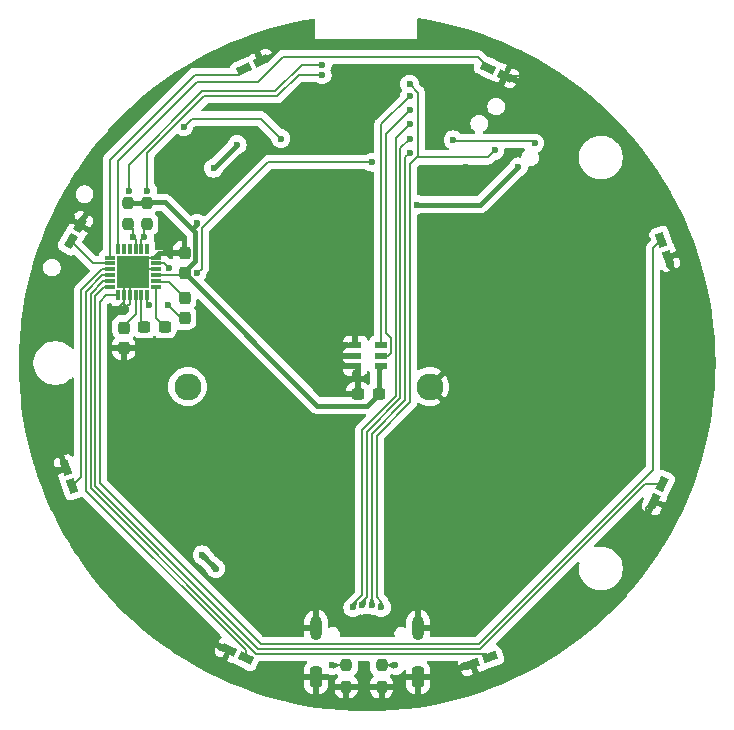
<source format=gtl>
%TF.GenerationSoftware,KiCad,Pcbnew,8.0.0*%
%TF.CreationDate,2024-03-14T21:51:16+01:00*%
%TF.ProjectId,BAT2024,42415432-3032-4342-9e6b-696361645f70,1.0*%
%TF.SameCoordinates,Original*%
%TF.FileFunction,Copper,L1,Top*%
%TF.FilePolarity,Positive*%
%FSLAX46Y46*%
G04 Gerber Fmt 4.6, Leading zero omitted, Abs format (unit mm)*
G04 Created by KiCad (PCBNEW 8.0.0) date 2024-03-14 21:51:16*
%MOMM*%
%LPD*%
G01*
G04 APERTURE LIST*
G04 Aperture macros list*
%AMRoundRect*
0 Rectangle with rounded corners*
0 $1 Rounding radius*
0 $2 $3 $4 $5 $6 $7 $8 $9 X,Y pos of 4 corners*
0 Add a 4 corners polygon primitive as box body*
4,1,4,$2,$3,$4,$5,$6,$7,$8,$9,$2,$3,0*
0 Add four circle primitives for the rounded corners*
1,1,$1+$1,$2,$3*
1,1,$1+$1,$4,$5*
1,1,$1+$1,$6,$7*
1,1,$1+$1,$8,$9*
0 Add four rect primitives between the rounded corners*
20,1,$1+$1,$2,$3,$4,$5,0*
20,1,$1+$1,$4,$5,$6,$7,0*
20,1,$1+$1,$6,$7,$8,$9,0*
20,1,$1+$1,$8,$9,$2,$3,0*%
%AMRotRect*
0 Rectangle, with rotation*
0 The origin of the aperture is its center*
0 $1 length*
0 $2 width*
0 $3 Rotation angle, in degrees counterclockwise*
0 Add horizontal line*
21,1,$1,$2,0,0,$3*%
G04 Aperture macros list end*
%TA.AperFunction,ComponentPad*%
%ADD10C,2.280000*%
%TD*%
%TA.AperFunction,SMDPad,CuDef*%
%ADD11RotRect,0.700000X1.200000X295.000000*%
%TD*%
%TA.AperFunction,SMDPad,CuDef*%
%ADD12RotRect,0.700000X1.200000X65.000000*%
%TD*%
%TA.AperFunction,SMDPad,CuDef*%
%ADD13RotRect,0.700000X1.200000X155.000000*%
%TD*%
%TA.AperFunction,SMDPad,CuDef*%
%ADD14RotRect,0.700000X1.200000X200.000000*%
%TD*%
%TA.AperFunction,SMDPad,CuDef*%
%ADD15RotRect,0.700000X1.200000X330.000000*%
%TD*%
%TA.AperFunction,SMDPad,CuDef*%
%ADD16RoundRect,0.237500X-0.237500X0.250000X-0.237500X-0.250000X0.237500X-0.250000X0.237500X0.250000X0*%
%TD*%
%TA.AperFunction,SMDPad,CuDef*%
%ADD17RotRect,0.700000X1.200000X20.000000*%
%TD*%
%TA.AperFunction,SMDPad,CuDef*%
%ADD18R,0.850000X0.300000*%
%TD*%
%TA.AperFunction,SMDPad,CuDef*%
%ADD19R,0.300000X0.850000*%
%TD*%
%TA.AperFunction,SMDPad,CuDef*%
%ADD20R,2.700000X2.700000*%
%TD*%
%TA.AperFunction,SMDPad,CuDef*%
%ADD21RoundRect,0.237500X-0.237500X0.300000X-0.237500X-0.300000X0.237500X-0.300000X0.237500X0.300000X0*%
%TD*%
%TA.AperFunction,SMDPad,CuDef*%
%ADD22RoundRect,0.237500X0.237500X-0.250000X0.237500X0.250000X-0.237500X0.250000X-0.237500X-0.250000X0*%
%TD*%
%TA.AperFunction,SMDPad,CuDef*%
%ADD23RotRect,0.700000X1.200000X110.000000*%
%TD*%
%TA.AperFunction,SMDPad,CuDef*%
%ADD24RotRect,0.700000X1.200000X245.000000*%
%TD*%
%TA.AperFunction,SMDPad,CuDef*%
%ADD25R,1.032000X0.622000*%
%TD*%
%TA.AperFunction,SMDPad,CuDef*%
%ADD26R,1.032000X0.500000*%
%TD*%
%TA.AperFunction,SMDPad,CuDef*%
%ADD27RoundRect,0.237500X0.300000X0.237500X-0.300000X0.237500X-0.300000X-0.237500X0.300000X-0.237500X0*%
%TD*%
%TA.AperFunction,SMDPad,CuDef*%
%ADD28RoundRect,0.237500X0.237500X-0.300000X0.237500X0.300000X-0.237500X0.300000X-0.237500X-0.300000X0*%
%TD*%
%TA.AperFunction,ComponentPad*%
%ADD29O,1.000000X2.100000*%
%TD*%
%TA.AperFunction,ComponentPad*%
%ADD30RoundRect,0.250000X0.250000X0.650000X-0.250000X0.650000X-0.250000X-0.650000X0.250000X-0.650000X0*%
%TD*%
%TA.AperFunction,ViaPad*%
%ADD31C,0.600000*%
%TD*%
%TA.AperFunction,Conductor*%
%ADD32C,0.200000*%
%TD*%
%TA.AperFunction,Conductor*%
%ADD33C,0.400000*%
%TD*%
G04 APERTURE END LIST*
D10*
%TO.P,H1,1,-*%
%TO.N,GND*%
X119518000Y-59328000D03*
%TO.P,H1,2,+*%
%TO.N,+BATT*%
X99028000Y-59328000D03*
%TD*%
D11*
%TO.P,LED7,1*%
%TO.N,GND*%
X105261111Y-31778234D03*
%TO.P,LED7,2*%
%TO.N,/LED7*%
X103811019Y-32454424D03*
%TD*%
D12*
%TO.P,LED4,1*%
%TO.N,GND*%
X102505065Y-81650631D03*
%TO.P,LED4,2*%
%TO.N,/LED4*%
X103955157Y-82326821D03*
%TD*%
D13*
%TO.P,LED2,1*%
%TO.N,GND*%
X138539632Y-69029934D03*
%TO.P,LED2,2*%
%TO.N,/LED2*%
X139215822Y-67579842D03*
%TD*%
D14*
%TO.P,LED1,1*%
%TO.N,GND*%
X139692290Y-48398819D03*
%TO.P,LED1,2*%
%TO.N,/LED1*%
X139145058Y-46895311D03*
%TD*%
D15*
%TO.P,LED6,1*%
%TO.N,GND*%
X89946275Y-45648290D03*
%TO.P,LED6,2*%
%TO.N,/LED6*%
X89146275Y-47033930D03*
%TD*%
D16*
%TO.P,R8,1*%
%TO.N,+3.3V*%
X93978000Y-43740500D03*
%TO.P,R8,2*%
%TO.N,/I2C_SCL*%
X93978000Y-45565500D03*
%TD*%
D17*
%TO.P,LED5,1*%
%TO.N,GND*%
X88731715Y-66247180D03*
%TO.P,LED5,2*%
%TO.N,/LED5*%
X89278947Y-67750688D03*
%TD*%
D18*
%TO.P,IC3,1,C2+*%
%TO.N,/C2+*%
X96328000Y-50903000D03*
%TO.P,IC3,2,C1+*%
%TO.N,/C1+*%
X96328000Y-50403000D03*
%TO.P,IC3,3,VDD*%
%TO.N,+3.3V*%
X96328000Y-49903000D03*
%TO.P,IC3,4,GND_1*%
%TO.N,GND*%
X96328000Y-49403000D03*
%TO.P,IC3,5,EN*%
%TO.N,/DRV_EN*%
X96328000Y-48903000D03*
%TO.P,IC3,6,CLK*%
%TO.N,GND*%
X96328000Y-48403000D03*
D19*
%TO.P,IC3,7,INT*%
%TO.N,unconnected-(IC3-INT-Pad7)*%
X95628000Y-47703000D03*
%TO.P,IC3,8,SDA*%
%TO.N,/I2C_SDA*%
X95128000Y-47703000D03*
%TO.P,IC3,9,SCL*%
%TO.N,/I2C_SCL*%
X94628000Y-47703000D03*
%TO.P,IC3,10,TRIG*%
%TO.N,unconnected-(IC3-TRIG-Pad10)*%
X94128000Y-47703000D03*
%TO.P,IC3,11,D9*%
%TO.N,unconnected-(IC3-D9-Pad11)*%
X93628000Y-47703000D03*
%TO.P,IC3,12,D8*%
%TO.N,/LED8*%
X93128000Y-47703000D03*
D18*
%TO.P,IC3,13,D7*%
%TO.N,/LED7*%
X92428000Y-48403000D03*
%TO.P,IC3,14,D6*%
%TO.N,/LED6*%
X92428000Y-48903000D03*
%TO.P,IC3,15,D5*%
%TO.N,/LED5*%
X92428000Y-49403000D03*
%TO.P,IC3,16,D4*%
%TO.N,/LED4*%
X92428000Y-49903000D03*
%TO.P,IC3,17,D3*%
%TO.N,/LED3*%
X92428000Y-50403000D03*
%TO.P,IC3,18,D2*%
%TO.N,/LED2*%
X92428000Y-50903000D03*
D19*
%TO.P,IC3,19,D1*%
%TO.N,/LED1*%
X93128000Y-51603000D03*
%TO.P,IC3,20,ASEL0*%
%TO.N,GND*%
X93628000Y-51603000D03*
%TO.P,IC3,21,ASEL1*%
X94128000Y-51603000D03*
%TO.P,IC3,22,VOUT*%
%TO.N,/DRV_VOUT*%
X94628000Y-51603000D03*
%TO.P,IC3,23,C2-*%
%TO.N,/C2-*%
X95128000Y-51603000D03*
%TO.P,IC3,24,C1-*%
%TO.N,/C1-*%
X95628000Y-51603000D03*
D20*
%TO.P,IC3,25,GND_2*%
%TO.N,GND*%
X94378000Y-49653000D03*
%TD*%
D21*
%TO.P,C3,1*%
%TO.N,/C1+*%
X98795500Y-51790500D03*
%TO.P,C3,2*%
%TO.N,/C1-*%
X98795500Y-53515500D03*
%TD*%
D22*
%TO.P,R2,1*%
%TO.N,GND*%
X112462000Y-84728000D03*
%TO.P,R2,2*%
%TO.N,Net-(J2-CC2)*%
X112462000Y-82903000D03*
%TD*%
D16*
%TO.P,R7,1*%
%TO.N,+3.3V*%
X95578000Y-43740500D03*
%TO.P,R7,2*%
%TO.N,/I2C_SDA*%
X95578000Y-45565500D03*
%TD*%
D23*
%TO.P,LED3,1*%
%TO.N,GND*%
X123136181Y-82803286D03*
%TO.P,LED3,2*%
%TO.N,/LED3*%
X124639689Y-82256054D03*
%TD*%
D21*
%TO.P,C2,1*%
%TO.N,/DRV_VOUT*%
X93628000Y-54328000D03*
%TO.P,C2,2*%
%TO.N,GND*%
X93628000Y-56053000D03*
%TD*%
D24*
%TO.P,LED8,1*%
%TO.N,GND*%
X125918936Y-32995368D03*
%TO.P,LED8,2*%
%TO.N,/LED8*%
X124468844Y-32319178D03*
%TD*%
D22*
%TO.P,R1,1*%
%TO.N,GND*%
X115462000Y-84728000D03*
%TO.P,R1,2*%
%TO.N,Net-(J2-CC1)*%
X115462000Y-82903000D03*
%TD*%
D25*
%TO.P,MK1,1,VDD*%
%TO.N,+3.3V*%
X115438000Y-57596000D03*
D26*
%TO.P,MK1,2,CLK*%
%TO.N,/PDM_CLK*%
X115438000Y-56712000D03*
D25*
%TO.P,MK1,3,DATA*%
%TO.N,/PDM_DATA0*%
X115438000Y-55828000D03*
%TO.P,MK1,4,GND_1*%
%TO.N,GND*%
X113228000Y-55828000D03*
D26*
%TO.P,MK1,5,SELECT*%
X113228000Y-56712000D03*
D25*
%TO.P,MK1,6,GND_2*%
X113228000Y-57596000D03*
%TD*%
D27*
%TO.P,C4,1*%
%TO.N,/C2+*%
X97090500Y-54269000D03*
%TO.P,C4,2*%
%TO.N,/C2-*%
X95365500Y-54269000D03*
%TD*%
%TO.P,C9,1*%
%TO.N,+3.3V*%
X115195500Y-59928000D03*
%TO.P,C9,2*%
%TO.N,GND*%
X113470500Y-59928000D03*
%TD*%
D28*
%TO.P,C1,1*%
%TO.N,+3.3V*%
X98795500Y-49715500D03*
%TO.P,C1,2*%
%TO.N,GND*%
X98795500Y-47990500D03*
%TD*%
D29*
%TO.P,J2,SH1,SHELL_GND*%
%TO.N,GND*%
X118548000Y-79748000D03*
%TO.P,J2,SH2,SHELL_GND*%
X109908000Y-79748000D03*
D30*
%TO.P,J2,SH3,SHELL_GND*%
X118548000Y-83928000D03*
%TO.P,J2,SH4,SHELL_GND*%
X109908000Y-83928000D03*
%TD*%
D31*
%TO.N,GND*%
X142228000Y-51328000D03*
X87428000Y-65928000D03*
X88228000Y-53328000D03*
X121728000Y-83328000D03*
X108228000Y-63328000D03*
X110228000Y-51328000D03*
X97373000Y-46669000D03*
X98228000Y-67328000D03*
X86228000Y-63328000D03*
X130228000Y-51328000D03*
X136228000Y-61328000D03*
X100228000Y-63328000D03*
X136228000Y-47328000D03*
X96228000Y-69328000D03*
X128228000Y-41328000D03*
X112228000Y-69328000D03*
X140228000Y-49728000D03*
X113928000Y-84728000D03*
X106228000Y-67328000D03*
X117428000Y-77928000D03*
X88228000Y-51328000D03*
X110228000Y-67328000D03*
X130228000Y-79328000D03*
X122628000Y-40728000D03*
X108228000Y-57328000D03*
X136228000Y-43328000D03*
X104228000Y-63328000D03*
X120228000Y-61328000D03*
X101028000Y-80928000D03*
X126228000Y-59328000D03*
X126228000Y-65328000D03*
X112228000Y-37328000D03*
X124228000Y-69328000D03*
X108228000Y-85328000D03*
X92428000Y-53328000D03*
X118228000Y-65328000D03*
X102228000Y-51328000D03*
X132228000Y-79328000D03*
X96228000Y-57328000D03*
X126228000Y-81328000D03*
X112228000Y-73328000D03*
X128228000Y-69328000D03*
X142228000Y-59328000D03*
X120228000Y-83328000D03*
X132228000Y-55328000D03*
X140228000Y-53328000D03*
X132228000Y-47328000D03*
X112028000Y-59728000D03*
X122228000Y-65328000D03*
X124228000Y-55328000D03*
X132228000Y-61328000D03*
X114228000Y-39328000D03*
X137828000Y-70228000D03*
X92228000Y-75328000D03*
X98228000Y-41328000D03*
X128228000Y-47328000D03*
X112228000Y-39328000D03*
X98228000Y-79328000D03*
X124228000Y-77328000D03*
X140228000Y-65328000D03*
X96228000Y-79328000D03*
X122228000Y-59328000D03*
X128228000Y-79328000D03*
X98228000Y-81328000D03*
X102228000Y-67328000D03*
X128428000Y-34228000D03*
X128228000Y-81328000D03*
X108228000Y-53328000D03*
X140228000Y-61328000D03*
X134228000Y-51328000D03*
X104228000Y-57328000D03*
X130228000Y-39328000D03*
X88228000Y-61328000D03*
X86228000Y-55328000D03*
X126228000Y-73328000D03*
X128228000Y-55328000D03*
X134228000Y-59328000D03*
X104228000Y-53328000D03*
X136228000Y-55328000D03*
X128228000Y-61328000D03*
X130228000Y-77328000D03*
X118228000Y-73328000D03*
X126228000Y-51328000D03*
X121828000Y-29528000D03*
X126228000Y-43328000D03*
X140228000Y-57328000D03*
X132228000Y-69328000D03*
X124228000Y-47328000D03*
X120228000Y-85328000D03*
X100228000Y-71328000D03*
X106228000Y-85328000D03*
X130228000Y-59328000D03*
X89228000Y-44928000D03*
X104228000Y-71328000D03*
X124228000Y-61328000D03*
X120228000Y-55328000D03*
X112228000Y-63328000D03*
X130228000Y-73328000D03*
X100228000Y-79328000D03*
X142228000Y-55328000D03*
X110228000Y-55328000D03*
X122228000Y-51328000D03*
X120228000Y-77328000D03*
X86228000Y-61328000D03*
X114228000Y-37328000D03*
X116228000Y-69328000D03*
X130228000Y-43328000D03*
X88228000Y-63328000D03*
X108228000Y-71328000D03*
X138228000Y-43328000D03*
X122228000Y-73328000D03*
X106228000Y-51328000D03*
X106628000Y-41928000D03*
X100228000Y-53328000D03*
X86228000Y-53328000D03*
X106428000Y-29528000D03*
X120228000Y-47328000D03*
X111028000Y-77928000D03*
X134228000Y-45328000D03*
X130228000Y-81328000D03*
X130228000Y-65328000D03*
X112228000Y-53328000D03*
X108578000Y-43228000D03*
X134228000Y-65328000D03*
X120228000Y-69328000D03*
X142228000Y-63328000D03*
%TO.N,+3.3V*%
X99828000Y-45490500D03*
X103228000Y-38828000D03*
X101228000Y-40828000D03*
X127028000Y-40728000D03*
X118454000Y-43928000D03*
%TO.N,/C1-*%
X97386542Y-52455460D03*
X95728000Y-52376920D03*
%TO.N,+BATT*%
X100278000Y-73578000D03*
X101428000Y-74728000D03*
%TO.N,/SWO*%
X117828000Y-39528000D03*
X114652458Y-77831688D03*
%TO.N,/SWDIO*%
X113828000Y-77828000D03*
X128428000Y-38728000D03*
X117828000Y-38328000D03*
X121528000Y-38428000D03*
%TO.N,/PDM_CLK*%
X117828000Y-35928000D03*
%TO.N,/RESET*%
X117828000Y-33728000D03*
X115428000Y-78028000D03*
X125028000Y-39328000D03*
%TO.N,/PDM_DATA0*%
X117828000Y-34728000D03*
%TO.N,/I2C_SDA*%
X110428000Y-32928000D03*
X95628000Y-42728000D03*
X95373000Y-46669000D03*
%TO.N,/SWCLK*%
X113028000Y-78028000D03*
X117828000Y-37128000D03*
%TO.N,/SPI_MOSI*%
X98704000Y-37328000D03*
X106928000Y-38328000D03*
%TO.N,/DRV_EN*%
X97473000Y-49303000D03*
X99828000Y-49728000D03*
X114628000Y-40328000D03*
%TO.N,/I2C_SCL*%
X94028000Y-42753000D03*
X110428000Y-32077997D03*
X94373000Y-46669000D03*
%TO.N,Net-(J2-CC2)*%
X111228000Y-82928000D03*
%TO.N,Net-(J2-CC1)*%
X116628000Y-82928000D03*
%TD*%
D32*
%TO.N,/C1-*%
X95628000Y-52276920D02*
X95628000Y-51603000D01*
X95728000Y-52376920D02*
X95628000Y-52276920D01*
D33*
%TO.N,+BATT*%
X100278000Y-73578000D02*
X101428000Y-74728000D01*
D32*
%TO.N,GND*%
X128428000Y-34228000D02*
X127195368Y-32995368D01*
X127195368Y-32995368D02*
X125918936Y-32995368D01*
D33*
%TO.N,+3.3V*%
X103228000Y-38828000D02*
X101228000Y-40828000D01*
%TO.N,GND*%
X111944000Y-56712000D02*
X113228000Y-56712000D01*
X111928000Y-56728000D02*
X111944000Y-56712000D01*
X111928000Y-56728000D02*
X111928000Y-56228000D01*
X111928000Y-57128000D02*
X111928000Y-56728000D01*
X112328000Y-55828000D02*
X113228000Y-55828000D01*
X111928000Y-56228000D02*
X112328000Y-55828000D01*
X113228000Y-57596000D02*
X112396000Y-57596000D01*
X112396000Y-57596000D02*
X111928000Y-57128000D01*
D32*
X94128000Y-52328000D02*
X93928000Y-52528000D01*
X102505065Y-81650631D02*
X101750631Y-81650631D01*
D33*
X97373000Y-47990500D02*
X96590500Y-47990500D01*
D32*
X88731715Y-66247180D02*
X87747180Y-66247180D01*
X138539632Y-69029934D02*
X138426066Y-69029934D01*
X94128000Y-51603000D02*
X94128000Y-52328000D01*
X137828000Y-69628000D02*
X137828000Y-70228000D01*
X87747180Y-66247180D02*
X87428000Y-65928000D01*
D33*
X113470500Y-59928000D02*
X112228000Y-59928000D01*
D32*
X89946275Y-45648290D02*
X89946275Y-45646275D01*
X94628000Y-49403000D02*
X94378000Y-49653000D01*
X94128000Y-49903000D02*
X94378000Y-49653000D01*
X93628000Y-52128000D02*
X92428000Y-53328000D01*
X93628000Y-50403000D02*
X94378000Y-49653000D01*
X139657181Y-48398819D02*
X139628000Y-48428000D01*
X123060895Y-82728000D02*
X122328000Y-82728000D01*
X139628000Y-48428000D02*
X139628000Y-49128000D01*
X139692290Y-48398819D02*
X139657181Y-48398819D01*
X112462000Y-84728000D02*
X113928000Y-84728000D01*
X93528000Y-52228000D02*
X93628000Y-52128000D01*
X93628000Y-51603000D02*
X93628000Y-52128000D01*
D33*
X113470500Y-59928000D02*
X113470500Y-57838500D01*
X97373000Y-47990500D02*
X97373000Y-46669000D01*
D32*
X94128000Y-51603000D02*
X94128000Y-49903000D01*
X89946275Y-45646275D02*
X89228000Y-44928000D01*
D33*
X112228000Y-59928000D02*
X112028000Y-59728000D01*
D32*
X96328000Y-48403000D02*
X96303000Y-48428000D01*
X123136181Y-82803286D02*
X123060895Y-82728000D01*
D33*
X96590500Y-47990500D02*
X96328000Y-48253000D01*
X113470500Y-57838500D02*
X113228000Y-57596000D01*
D32*
X93928000Y-52528000D02*
X93828000Y-52528000D01*
X96328000Y-49403000D02*
X94628000Y-49403000D01*
X139628000Y-49128000D02*
X140228000Y-49728000D01*
X93628000Y-51603000D02*
X93628000Y-50403000D01*
X138426066Y-69029934D02*
X137828000Y-69628000D01*
X101750631Y-81650631D02*
X101028000Y-80928000D01*
X115462000Y-84728000D02*
X113928000Y-84728000D01*
X95603000Y-48428000D02*
X94378000Y-49653000D01*
D33*
X98795500Y-47990500D02*
X97373000Y-47990500D01*
D32*
X93828000Y-52528000D02*
X93528000Y-52228000D01*
X122328000Y-82728000D02*
X121728000Y-83328000D01*
X96303000Y-48428000D02*
X95603000Y-48428000D01*
%TO.N,+3.3V*%
X98485500Y-49903000D02*
X96328000Y-49903000D01*
D33*
X98673000Y-49715500D02*
X99673000Y-48715500D01*
X97132000Y-43728000D02*
X95590500Y-43728000D01*
X99828000Y-45528000D02*
X99380000Y-45976000D01*
X99673000Y-46269000D02*
X99380000Y-45976000D01*
X93978000Y-43740500D02*
X95578000Y-43740500D01*
X98795500Y-49715500D02*
X110008000Y-60928000D01*
X99828000Y-45490500D02*
X99828000Y-45528000D01*
X118454000Y-43928000D02*
X123828000Y-43928000D01*
X110008000Y-60928000D02*
X114195500Y-60928000D01*
X99673000Y-48715500D02*
X99673000Y-46269000D01*
X123828000Y-43928000D02*
X127028000Y-40728000D01*
X114195500Y-60928000D02*
X115212000Y-59911500D01*
X99380000Y-45976000D02*
X97132000Y-43728000D01*
X115195500Y-59928000D02*
X115195500Y-57838500D01*
D32*
X98673000Y-49715500D02*
X98485500Y-49903000D01*
D33*
X115195500Y-57838500D02*
X115438000Y-57596000D01*
X115212000Y-59911500D02*
X115212000Y-59712000D01*
D32*
%TO.N,/DRV_VOUT*%
X93590500Y-54269000D02*
X94678000Y-53181500D01*
X94678000Y-53181500D02*
X94678000Y-51603000D01*
%TO.N,/C1+*%
X98795500Y-51790500D02*
X97458000Y-50453000D01*
X97458000Y-50453000D02*
X96328000Y-50453000D01*
%TO.N,/C1-*%
X98795500Y-53515500D02*
X98446582Y-53515500D01*
X98446582Y-53515500D02*
X97386542Y-52455460D01*
%TO.N,/C2+*%
X96328000Y-53506500D02*
X96328000Y-50903000D01*
X97090500Y-54269000D02*
X96328000Y-53506500D01*
%TO.N,/C2-*%
X95365500Y-54269000D02*
X95128000Y-54031500D01*
X95128000Y-54031500D02*
X95128000Y-51908000D01*
%TO.N,/SWO*%
X114652458Y-77831688D02*
X114628000Y-77807230D01*
X114628000Y-63312904D02*
X117454000Y-60486902D01*
X117454000Y-60486902D02*
X117454000Y-39902000D01*
X114628000Y-77807230D02*
X114628000Y-63312904D01*
X117454000Y-39902000D02*
X117828000Y-39528000D01*
%TO.N,/SWDIO*%
X121628000Y-38528000D02*
X121528000Y-38428000D01*
X128428000Y-38728000D02*
X128228000Y-38528000D01*
X128228000Y-38528000D02*
X121628000Y-38528000D01*
X113828000Y-77528000D02*
X114228000Y-77128000D01*
X117054000Y-60321217D02*
X117054000Y-39102000D01*
X114228000Y-63147217D02*
X117054000Y-60321217D01*
X117054000Y-39102000D02*
X117828000Y-38328000D01*
X114228000Y-77128000D02*
X114228000Y-63147217D01*
X113828000Y-77828000D02*
X113828000Y-77528000D01*
%TO.N,/PDM_CLK*%
X115838000Y-54801000D02*
X115838000Y-37918000D01*
X115838000Y-37918000D02*
X117828000Y-35928000D01*
X115981000Y-56712000D02*
X116254000Y-56439000D01*
X116254000Y-56439000D02*
X116254000Y-55217000D01*
X115438000Y-56712000D02*
X115981000Y-56712000D01*
X116254000Y-55217000D02*
X115838000Y-54801000D01*
%TO.N,/RESET*%
X115028000Y-63478587D02*
X117854000Y-60652587D01*
X117854000Y-60652587D02*
X117854000Y-40502000D01*
X115028000Y-77128000D02*
X115028000Y-63478587D01*
X124428000Y-39928000D02*
X125028000Y-39328000D01*
X118428000Y-39928000D02*
X124428000Y-39928000D01*
X117854000Y-40502000D02*
X118428000Y-39928000D01*
X115428000Y-78028000D02*
X115428000Y-77528000D01*
X118528000Y-39828000D02*
X118428000Y-39928000D01*
X117828000Y-33728000D02*
X118528000Y-34428000D01*
X118528000Y-34428000D02*
X118528000Y-39828000D01*
X115428000Y-77528000D02*
X115028000Y-77128000D01*
%TO.N,/PDM_DATA0*%
X115438000Y-55828000D02*
X115438000Y-55138000D01*
X115438000Y-55138000D02*
X115438000Y-37118000D01*
X115438000Y-37118000D02*
X117828000Y-34728000D01*
%TO.N,/I2C_SDA*%
X95373000Y-45770500D02*
X95578000Y-45565500D01*
X95373000Y-46669000D02*
X95373000Y-45770500D01*
X95628000Y-39555471D02*
X100455471Y-34728000D01*
X108428000Y-32928000D02*
X110428000Y-32928000D01*
X95628000Y-42728000D02*
X95628000Y-39555471D01*
X100455471Y-34728000D02*
X106628000Y-34728000D01*
X95128000Y-47703000D02*
X95128000Y-46914000D01*
X95128000Y-46914000D02*
X95373000Y-46669000D01*
X106628000Y-34728000D02*
X108428000Y-32928000D01*
%TO.N,/SWCLK*%
X113028000Y-77762314D02*
X113828000Y-76962314D01*
X116654000Y-60155532D02*
X116654000Y-38302000D01*
X113828000Y-76962314D02*
X113828000Y-62981532D01*
X113828000Y-62981532D02*
X116654000Y-60155532D01*
X113028000Y-78028000D02*
X113028000Y-77762314D01*
X116654000Y-38302000D02*
X117828000Y-37128000D01*
%TO.N,/SPI_MOSI*%
X98704000Y-37328000D02*
X99404000Y-36628000D01*
X99404000Y-36628000D02*
X105228000Y-36628000D01*
X105228000Y-36628000D02*
X106928000Y-38328000D01*
%TO.N,/DRV_EN*%
X96328000Y-48903000D02*
X97073000Y-48903000D01*
X105839029Y-40328000D02*
X100228000Y-45939029D01*
X100228000Y-45939029D02*
X100228000Y-49328000D01*
X97073000Y-48903000D02*
X97473000Y-49303000D01*
X114628000Y-40328000D02*
X105839029Y-40328000D01*
X100228000Y-49328000D02*
X99828000Y-49728000D01*
%TO.N,/I2C_SCL*%
X108678003Y-32077997D02*
X110428000Y-32077997D01*
X94028000Y-42753000D02*
X94028000Y-40589785D01*
X94373000Y-45960500D02*
X93978000Y-45565500D01*
X94628000Y-47703000D02*
X94628000Y-46924000D01*
X94028000Y-40589785D02*
X100289785Y-34328000D01*
X94373000Y-46669000D02*
X94373000Y-45960500D01*
X94628000Y-46924000D02*
X94373000Y-46669000D01*
X100289785Y-34328000D02*
X106428000Y-34328000D01*
X106428000Y-34328000D02*
X108678003Y-32077997D01*
%TO.N,/LED1*%
X91628000Y-52128000D02*
X91628000Y-67528000D01*
X123662314Y-81128000D02*
X138428000Y-66362314D01*
X92153000Y-51603000D02*
X91628000Y-52128000D01*
X138428000Y-66362314D02*
X138428000Y-47612368D01*
X105228000Y-81128000D02*
X123662314Y-81128000D01*
X138428000Y-47612368D02*
X139145057Y-46895311D01*
X91628000Y-67528000D02*
X105228000Y-81128000D01*
X93128000Y-51603000D02*
X92153000Y-51603000D01*
%TO.N,/LED3*%
X91884372Y-50403000D02*
X92428000Y-50403000D01*
X124639689Y-82256054D02*
X124311635Y-81928000D01*
X90828000Y-67928000D02*
X90828000Y-51459372D01*
X104828000Y-81928000D02*
X90828000Y-67928000D01*
X124311635Y-81928000D02*
X104828000Y-81928000D01*
X90828000Y-51459372D02*
X91884372Y-50403000D01*
%TO.N,/LED4*%
X91818686Y-49903000D02*
X90428000Y-51293686D01*
X92428000Y-49903000D02*
X91818686Y-49903000D01*
X90428000Y-51293686D02*
X90428000Y-68128000D01*
X103955154Y-81655154D02*
X103955154Y-82326822D01*
X90428000Y-68128000D02*
X103955154Y-81655154D01*
%TO.N,/LED2*%
X123828000Y-81528000D02*
X104993686Y-81528000D01*
X137776158Y-67579842D02*
X123828000Y-81528000D01*
X104993686Y-81528000D02*
X91228000Y-67762314D01*
X91228000Y-67762314D02*
X91228000Y-51625058D01*
X91228000Y-51625058D02*
X91950058Y-50903000D01*
X139215818Y-67579842D02*
X137776158Y-67579842D01*
X91950058Y-50903000D02*
X92428000Y-50903000D01*
%TO.N,/LED5*%
X90028000Y-51128000D02*
X91753000Y-49403000D01*
X91753000Y-49403000D02*
X92428000Y-49403000D01*
X90028000Y-67001636D02*
X90028000Y-51128000D01*
X89278948Y-67750688D02*
X90028000Y-67001636D01*
%TO.N,/LED8*%
X107128003Y-31427997D02*
X105028000Y-33528000D01*
X124468844Y-32319178D02*
X123577663Y-31427997D01*
X93128000Y-40228000D02*
X93128000Y-47703000D01*
X105028000Y-33528000D02*
X99828000Y-33528000D01*
X99828000Y-33528000D02*
X93128000Y-40228000D01*
X123577663Y-31427997D02*
X107128003Y-31427997D01*
%TO.N,/LED6*%
X89146273Y-47033927D02*
X91015346Y-48903000D01*
X91015346Y-48903000D02*
X92428000Y-48903000D01*
%TO.N,/LED7*%
X92428000Y-40128000D02*
X99628000Y-32928000D01*
X103337441Y-32928000D02*
X103811018Y-32454423D01*
X92428000Y-48403000D02*
X92428000Y-40128000D01*
X99628000Y-32928000D02*
X103337441Y-32928000D01*
%TO.N,Net-(J2-CC2)*%
X111228000Y-82928000D02*
X111253000Y-82903000D01*
X111253000Y-82903000D02*
X112462000Y-82903000D01*
%TO.N,Net-(J2-CC1)*%
X116628000Y-82928000D02*
X116603000Y-82903000D01*
X116603000Y-82903000D02*
X115462000Y-82903000D01*
%TD*%
%TA.AperFunction,Conductor*%
%TO.N,GND*%
G36*
X114112627Y-40948185D02*
G01*
X114122903Y-40955555D01*
X114125736Y-40957814D01*
X114125738Y-40957816D01*
X114204410Y-41007249D01*
X114271287Y-41049271D01*
X114278478Y-41053789D01*
X114346306Y-41077523D01*
X114448745Y-41113368D01*
X114448750Y-41113369D01*
X114627996Y-41133565D01*
X114628000Y-41133565D01*
X114628003Y-41133565D01*
X114699616Y-41125496D01*
X114768438Y-41137550D01*
X114819818Y-41184899D01*
X114837500Y-41248716D01*
X114837500Y-54928241D01*
X114817815Y-54995280D01*
X114765011Y-55041035D01*
X114756833Y-55044423D01*
X114679671Y-55073202D01*
X114679664Y-55073206D01*
X114564455Y-55159452D01*
X114564452Y-55159455D01*
X114478206Y-55274664D01*
X114478203Y-55274669D01*
X114448915Y-55353195D01*
X114407043Y-55409128D01*
X114341579Y-55433545D01*
X114273306Y-55418693D01*
X114223901Y-55369288D01*
X114216551Y-55353194D01*
X114187354Y-55274913D01*
X114187350Y-55274906D01*
X114101190Y-55159812D01*
X114101187Y-55159809D01*
X113986093Y-55073649D01*
X113986086Y-55073645D01*
X113851379Y-55023403D01*
X113851372Y-55023401D01*
X113791844Y-55017000D01*
X113478000Y-55017000D01*
X113478000Y-55404000D01*
X113458315Y-55471039D01*
X113405511Y-55516794D01*
X113354000Y-55528000D01*
X113102000Y-55528000D01*
X113034961Y-55508315D01*
X112989206Y-55455511D01*
X112978000Y-55404000D01*
X112978000Y-55017000D01*
X112664155Y-55017000D01*
X112604627Y-55023401D01*
X112604620Y-55023403D01*
X112469913Y-55073645D01*
X112469906Y-55073649D01*
X112354812Y-55159809D01*
X112354809Y-55159812D01*
X112268649Y-55274906D01*
X112268645Y-55274913D01*
X112218403Y-55409620D01*
X112218401Y-55409627D01*
X112212000Y-55469155D01*
X112212000Y-55578000D01*
X112604000Y-55578000D01*
X112671039Y-55597685D01*
X112716794Y-55650489D01*
X112728000Y-55702000D01*
X112728000Y-55954000D01*
X112708315Y-56021039D01*
X112655511Y-56066794D01*
X112604000Y-56078000D01*
X112212000Y-56078000D01*
X112212000Y-56186844D01*
X112218401Y-56246372D01*
X112218403Y-56246382D01*
X112222427Y-56257170D01*
X112227409Y-56326862D01*
X112222427Y-56343830D01*
X112218403Y-56354617D01*
X112218401Y-56354627D01*
X112212000Y-56414155D01*
X112212000Y-56462000D01*
X112604000Y-56462000D01*
X112671039Y-56481685D01*
X112716794Y-56534489D01*
X112728000Y-56586000D01*
X112728000Y-56838000D01*
X112708315Y-56905039D01*
X112655511Y-56950794D01*
X112604000Y-56962000D01*
X112212000Y-56962000D01*
X112212000Y-57009844D01*
X112218401Y-57069372D01*
X112218403Y-57069382D01*
X112222427Y-57080170D01*
X112227409Y-57149862D01*
X112222427Y-57166830D01*
X112218403Y-57177617D01*
X112218401Y-57177627D01*
X112212000Y-57237155D01*
X112212000Y-57346000D01*
X112604000Y-57346000D01*
X112671039Y-57365685D01*
X112716794Y-57418489D01*
X112728000Y-57470000D01*
X112728000Y-57722000D01*
X112708315Y-57789039D01*
X112655511Y-57834794D01*
X112604000Y-57846000D01*
X112212000Y-57846000D01*
X112212000Y-57954844D01*
X112218401Y-58014372D01*
X112218403Y-58014379D01*
X112268645Y-58149086D01*
X112268649Y-58149093D01*
X112354809Y-58264187D01*
X112354812Y-58264190D01*
X112469906Y-58350350D01*
X112469913Y-58350354D01*
X112604620Y-58400596D01*
X112604627Y-58400598D01*
X112664155Y-58406999D01*
X112664172Y-58407000D01*
X112978000Y-58407000D01*
X112978000Y-58052000D01*
X112997685Y-57984961D01*
X113050489Y-57939206D01*
X113102000Y-57928000D01*
X113354000Y-57928000D01*
X113421039Y-57947685D01*
X113466794Y-58000489D01*
X113478000Y-58052000D01*
X113478000Y-58407000D01*
X113791828Y-58407000D01*
X113791844Y-58406999D01*
X113851372Y-58400598D01*
X113851379Y-58400596D01*
X113986086Y-58350354D01*
X113986093Y-58350350D01*
X114101187Y-58264190D01*
X114101190Y-58264187D01*
X114187350Y-58149093D01*
X114187355Y-58149084D01*
X114216551Y-58070805D01*
X114258421Y-58014871D01*
X114323885Y-57990453D01*
X114392158Y-58005304D01*
X114441564Y-58054709D01*
X114448914Y-58070802D01*
X114478204Y-58149331D01*
X114478207Y-58149335D01*
X114479833Y-58152313D01*
X114480951Y-58156693D01*
X114481304Y-58157640D01*
X114481202Y-58157677D01*
X114495000Y-58211739D01*
X114495000Y-59001228D01*
X114475315Y-59068267D01*
X114440071Y-59102868D01*
X114440317Y-59103179D01*
X114437431Y-59105460D01*
X114436107Y-59106761D01*
X114434651Y-59107659D01*
X114434648Y-59107661D01*
X114420325Y-59121984D01*
X114359001Y-59155468D01*
X114289309Y-59150482D01*
X114244965Y-59121982D01*
X114231038Y-59108055D01*
X114231034Y-59108052D01*
X114084311Y-59017551D01*
X114084300Y-59017546D01*
X113920652Y-58963319D01*
X113819654Y-58953000D01*
X113720500Y-58953000D01*
X113720500Y-60054000D01*
X113700815Y-60121039D01*
X113648011Y-60166794D01*
X113596500Y-60178000D01*
X112433001Y-60178000D01*
X112419820Y-60191181D01*
X112358497Y-60224666D01*
X112332139Y-60227500D01*
X110349519Y-60227500D01*
X110282480Y-60207815D01*
X110261838Y-60191181D01*
X109748657Y-59678000D01*
X112433000Y-59678000D01*
X113220500Y-59678000D01*
X113220500Y-58952999D01*
X113121360Y-58953000D01*
X113121344Y-58953001D01*
X113020347Y-58963319D01*
X112856699Y-59017546D01*
X112856688Y-59017551D01*
X112709965Y-59108052D01*
X112709961Y-59108055D01*
X112588055Y-59229961D01*
X112588052Y-59229965D01*
X112497551Y-59376688D01*
X112497546Y-59376699D01*
X112443319Y-59540347D01*
X112433000Y-59641345D01*
X112433000Y-59678000D01*
X109748657Y-59678000D01*
X100466563Y-50395906D01*
X100433078Y-50334583D01*
X100438062Y-50264891D01*
X100454271Y-50236260D01*
X100454111Y-50236159D01*
X100456315Y-50232651D01*
X100457306Y-50230901D01*
X100457810Y-50230267D01*
X100457816Y-50230262D01*
X100553789Y-50077522D01*
X100613368Y-49907255D01*
X100623161Y-49820331D01*
X100650226Y-49755921D01*
X100658701Y-49746535D01*
X100708517Y-49696719D01*
X100708517Y-49696718D01*
X100708520Y-49696716D01*
X100787577Y-49559784D01*
X100824367Y-49422481D01*
X100828500Y-49407058D01*
X100828500Y-49248943D01*
X100828500Y-46239126D01*
X100848185Y-46172087D01*
X100864819Y-46151445D01*
X106051445Y-40964819D01*
X106112768Y-40931334D01*
X106139126Y-40928500D01*
X114045588Y-40928500D01*
X114112627Y-40948185D01*
G37*
%TD.AperFunction*%
%TA.AperFunction,Conductor*%
G36*
X96857520Y-44448185D02*
G01*
X96878162Y-44464819D01*
X98936181Y-46522838D01*
X98969666Y-46584161D01*
X98972500Y-46610519D01*
X98972500Y-48116500D01*
X98952815Y-48183539D01*
X98900011Y-48229294D01*
X98848500Y-48240500D01*
X97820501Y-48240500D01*
X97820501Y-48339657D01*
X97825768Y-48391209D01*
X97812998Y-48459902D01*
X97765117Y-48510786D01*
X97697327Y-48527706D01*
X97661457Y-48520852D01*
X97652250Y-48517630D01*
X97652252Y-48517630D01*
X97565331Y-48507837D01*
X97500917Y-48480770D01*
X97491534Y-48472298D01*
X97441717Y-48422481D01*
X97441716Y-48422480D01*
X97354904Y-48372360D01*
X97354904Y-48372358D01*
X97354899Y-48372357D01*
X97314997Y-48349318D01*
X97266783Y-48298750D01*
X97253000Y-48241933D01*
X97253000Y-48205172D01*
X97252999Y-48205155D01*
X97246598Y-48145627D01*
X97246596Y-48145620D01*
X97196354Y-48010913D01*
X97196350Y-48010906D01*
X97110190Y-47895812D01*
X97110187Y-47895809D01*
X96995093Y-47809649D01*
X96995086Y-47809645D01*
X96860379Y-47759403D01*
X96860372Y-47759401D01*
X96800844Y-47753000D01*
X96467873Y-47753000D01*
X96428855Y-47774305D01*
X96359163Y-47769319D01*
X96320667Y-47740500D01*
X97820500Y-47740500D01*
X98545500Y-47740500D01*
X98545500Y-46953000D01*
X98508861Y-46953000D01*
X98508843Y-46953001D01*
X98407847Y-46963319D01*
X98244199Y-47017546D01*
X98244188Y-47017551D01*
X98097465Y-47108052D01*
X98097461Y-47108055D01*
X97975555Y-47229961D01*
X97975552Y-47229965D01*
X97885051Y-47376688D01*
X97885046Y-47376699D01*
X97830819Y-47540347D01*
X97820500Y-47641345D01*
X97820500Y-47740500D01*
X96320667Y-47740500D01*
X96303230Y-47727446D01*
X96278815Y-47661981D01*
X96278499Y-47653138D01*
X96278499Y-47230129D01*
X96278498Y-47230123D01*
X96276681Y-47213223D01*
X96272091Y-47170517D01*
X96271806Y-47169754D01*
X96221797Y-47035671D01*
X96221795Y-47035668D01*
X96173480Y-46971127D01*
X96149063Y-46905663D01*
X96155706Y-46855861D01*
X96158368Y-46848255D01*
X96158929Y-46843277D01*
X96178565Y-46669003D01*
X96178565Y-46668997D01*
X96165209Y-46550463D01*
X96177263Y-46481641D01*
X96223331Y-46431041D01*
X96276350Y-46398340D01*
X96398340Y-46276350D01*
X96488908Y-46129516D01*
X96543174Y-45965753D01*
X96553500Y-45864677D01*
X96553499Y-45266324D01*
X96543174Y-45165247D01*
X96488908Y-45001484D01*
X96398340Y-44854650D01*
X96284371Y-44740681D01*
X96250886Y-44679358D01*
X96255870Y-44609666D01*
X96284371Y-44565319D01*
X96384871Y-44464819D01*
X96446194Y-44431334D01*
X96472552Y-44428500D01*
X96790481Y-44428500D01*
X96857520Y-44448185D01*
G37*
%TD.AperFunction*%
%TA.AperFunction,Conductor*%
G36*
X127532614Y-39148185D02*
G01*
X127578369Y-39200989D01*
X127588313Y-39270147D01*
X127559288Y-39333703D01*
X127552655Y-39340159D01*
X127552938Y-39340442D01*
X127444752Y-39448627D01*
X127444749Y-39448631D01*
X127363134Y-39570775D01*
X127363129Y-39570784D01*
X127306912Y-39706506D01*
X127306909Y-39706516D01*
X127281025Y-39836647D01*
X127248641Y-39898558D01*
X127187925Y-39933132D01*
X127145525Y-39935676D01*
X127028004Y-39922435D01*
X127027996Y-39922435D01*
X126848750Y-39942630D01*
X126848745Y-39942631D01*
X126678476Y-40002211D01*
X126525737Y-40098184D01*
X126398184Y-40225737D01*
X126302212Y-40378475D01*
X126302211Y-40378476D01*
X126265991Y-40481986D01*
X126236631Y-40528711D01*
X123574162Y-43191181D01*
X123512839Y-43224666D01*
X123486481Y-43227500D01*
X118879494Y-43227500D01*
X118813523Y-43208494D01*
X118803524Y-43202211D01*
X118633249Y-43142630D01*
X118564616Y-43134897D01*
X118500202Y-43107830D01*
X118460647Y-43050235D01*
X118454500Y-43011677D01*
X118454500Y-40802097D01*
X118474185Y-40735058D01*
X118490814Y-40714420D01*
X118640418Y-40564816D01*
X118701740Y-40531334D01*
X118728098Y-40528500D01*
X124341331Y-40528500D01*
X124341347Y-40528501D01*
X124348943Y-40528501D01*
X124507054Y-40528501D01*
X124507057Y-40528501D01*
X124659785Y-40487577D01*
X124709904Y-40458639D01*
X124796716Y-40408520D01*
X124908520Y-40296716D01*
X124908520Y-40296714D01*
X124918728Y-40286507D01*
X124918730Y-40286504D01*
X125046535Y-40158698D01*
X125107856Y-40125215D01*
X125120311Y-40123163D01*
X125207255Y-40113368D01*
X125377522Y-40053789D01*
X125530262Y-39957816D01*
X125657816Y-39830262D01*
X125753789Y-39677522D01*
X125813368Y-39507255D01*
X125813937Y-39502207D01*
X125833565Y-39328003D01*
X125833565Y-39327996D01*
X125826623Y-39266383D01*
X125838678Y-39197561D01*
X125886027Y-39146182D01*
X125949843Y-39128500D01*
X127465575Y-39128500D01*
X127532614Y-39148185D01*
G37*
%TD.AperFunction*%
%TA.AperFunction,Conductor*%
G36*
X118572216Y-28151002D02*
G01*
X119583957Y-28318832D01*
X119588383Y-28319649D01*
X120639912Y-28533808D01*
X120644241Y-28534772D01*
X121687251Y-28787192D01*
X121691551Y-28788317D01*
X122724625Y-29078655D01*
X122728918Y-29079947D01*
X123750674Y-29407814D01*
X123754895Y-29409254D01*
X124764019Y-29774227D01*
X124768206Y-29775828D01*
X125763349Y-30177422D01*
X125767443Y-30179163D01*
X126747196Y-30616808D01*
X126751268Y-30618716D01*
X127259567Y-30868420D01*
X127714376Y-31091847D01*
X127718405Y-31093918D01*
X128663589Y-31601907D01*
X128667539Y-31604124D01*
X128967561Y-31779786D01*
X129593552Y-32146302D01*
X129597389Y-32148644D01*
X130485967Y-32713464D01*
X130502950Y-32724259D01*
X130506718Y-32726751D01*
X131059633Y-33107255D01*
X131390700Y-33335088D01*
X131394383Y-33337724D01*
X132255496Y-33977894D01*
X132259081Y-33980662D01*
X133096254Y-34651867D01*
X133099736Y-34654764D01*
X133832495Y-35287576D01*
X133911868Y-35356122D01*
X133915233Y-35359138D01*
X134700411Y-36088947D01*
X134701182Y-36089664D01*
X134704443Y-36092808D01*
X135463191Y-36851556D01*
X135466335Y-36854817D01*
X136105647Y-37542632D01*
X136196854Y-37640758D01*
X136199872Y-37644126D01*
X136246557Y-37698184D01*
X136901235Y-38456263D01*
X136904132Y-38459745D01*
X137575337Y-39296918D01*
X137578105Y-39300503D01*
X138218275Y-40161616D01*
X138220911Y-40165299D01*
X138829241Y-41049271D01*
X138831740Y-41053049D01*
X139407346Y-41958596D01*
X139409706Y-41962462D01*
X139951875Y-42888460D01*
X139954092Y-42892410D01*
X140462081Y-43837594D01*
X140464152Y-43841623D01*
X140937276Y-44804717D01*
X140939198Y-44808818D01*
X141027627Y-45006783D01*
X141273305Y-45556782D01*
X141376820Y-45788519D01*
X141378587Y-45792677D01*
X141481468Y-46047612D01*
X141780162Y-46787771D01*
X141781780Y-46792002D01*
X142146734Y-47801071D01*
X142148196Y-47805358D01*
X142476045Y-48827059D01*
X142477350Y-48831396D01*
X142622250Y-49346975D01*
X142743166Y-49777216D01*
X142767671Y-49864407D01*
X142768816Y-49868786D01*
X143017465Y-50896215D01*
X143021216Y-50911712D01*
X143022201Y-50916133D01*
X143236347Y-51967602D01*
X143237169Y-51972056D01*
X143412761Y-53030589D01*
X143413421Y-53035070D01*
X143550244Y-54099367D01*
X143550739Y-54103869D01*
X143648596Y-55172410D01*
X143648927Y-55176928D01*
X143707695Y-56248368D01*
X143707860Y-56252894D01*
X143727458Y-57325735D01*
X143727458Y-57330265D01*
X143707860Y-58403105D01*
X143707695Y-58407631D01*
X143648927Y-59479071D01*
X143648596Y-59483589D01*
X143550739Y-60552130D01*
X143550244Y-60556632D01*
X143413421Y-61620929D01*
X143412761Y-61625410D01*
X143237169Y-62683943D01*
X143236347Y-62688397D01*
X143022201Y-63739866D01*
X143021216Y-63744287D01*
X142768817Y-64787209D01*
X142767671Y-64791592D01*
X142477350Y-65824603D01*
X142476045Y-65828940D01*
X142148196Y-66850641D01*
X142146734Y-66854928D01*
X141781780Y-67863997D01*
X141780162Y-67868228D01*
X141378592Y-68863312D01*
X141376820Y-68867480D01*
X140939198Y-69847181D01*
X140937276Y-69851282D01*
X140464152Y-70814376D01*
X140462081Y-70818405D01*
X139954092Y-71763589D01*
X139951875Y-71767539D01*
X139409706Y-72693537D01*
X139407346Y-72697403D01*
X138831740Y-73602950D01*
X138829241Y-73606728D01*
X138220911Y-74490700D01*
X138218275Y-74494383D01*
X137578105Y-75355496D01*
X137575337Y-75359081D01*
X136904132Y-76196254D01*
X136901235Y-76199736D01*
X136199877Y-77011868D01*
X136196854Y-77015241D01*
X135466335Y-77801182D01*
X135463191Y-77804443D01*
X134704443Y-78563191D01*
X134701182Y-78566335D01*
X133915241Y-79296854D01*
X133911868Y-79299877D01*
X133099736Y-80001235D01*
X133096254Y-80004132D01*
X132259081Y-80675337D01*
X132255496Y-80678105D01*
X131394383Y-81318275D01*
X131390700Y-81320911D01*
X130506728Y-81929241D01*
X130502950Y-81931740D01*
X129597403Y-82507346D01*
X129593537Y-82509706D01*
X128667539Y-83051875D01*
X128663589Y-83054092D01*
X127718405Y-83562081D01*
X127714376Y-83564152D01*
X126751282Y-84037276D01*
X126747181Y-84039198D01*
X125767480Y-84476820D01*
X125763312Y-84478592D01*
X124768228Y-84880162D01*
X124763997Y-84881780D01*
X123754928Y-85246734D01*
X123750641Y-85248196D01*
X122728940Y-85576045D01*
X122724603Y-85577350D01*
X121691592Y-85867671D01*
X121687209Y-85868817D01*
X120644287Y-86121216D01*
X120639866Y-86122201D01*
X119588397Y-86336347D01*
X119583943Y-86337169D01*
X118525410Y-86512761D01*
X118520929Y-86513421D01*
X117456632Y-86650244D01*
X117452130Y-86650739D01*
X116383589Y-86748596D01*
X116379071Y-86748927D01*
X115307631Y-86807695D01*
X115303105Y-86807860D01*
X114230265Y-86827458D01*
X114225735Y-86827458D01*
X113152894Y-86807860D01*
X113148368Y-86807695D01*
X112076928Y-86748927D01*
X112072410Y-86748596D01*
X111003869Y-86650739D01*
X110999367Y-86650244D01*
X109935070Y-86513421D01*
X109930589Y-86512761D01*
X108872056Y-86337169D01*
X108867602Y-86336347D01*
X107816133Y-86122201D01*
X107811712Y-86121216D01*
X107542402Y-86056040D01*
X106768786Y-85868816D01*
X106764407Y-85867671D01*
X105731396Y-85577350D01*
X105727059Y-85576045D01*
X104705358Y-85248196D01*
X104701071Y-85246734D01*
X103692002Y-84881780D01*
X103687771Y-84880162D01*
X103012258Y-84607556D01*
X102692677Y-84478587D01*
X102688530Y-84476824D01*
X101708818Y-84039198D01*
X101704717Y-84037276D01*
X100741623Y-83564152D01*
X100737594Y-83562081D01*
X99792410Y-83054092D01*
X99788460Y-83051875D01*
X98862462Y-82509706D01*
X98858596Y-82507346D01*
X97953049Y-81931740D01*
X97949271Y-81929241D01*
X97683447Y-81746307D01*
X101309237Y-81746307D01*
X101338684Y-81887031D01*
X101338687Y-81887037D01*
X101406589Y-82013772D01*
X101507443Y-82116238D01*
X101507447Y-82116241D01*
X101558705Y-82147207D01*
X101558724Y-82147217D01*
X101919262Y-82315338D01*
X101919263Y-82315338D01*
X102172833Y-81771554D01*
X101402470Y-81412327D01*
X101340002Y-81546292D01*
X101320633Y-81602980D01*
X101309237Y-81746307D01*
X97683447Y-81746307D01*
X97065299Y-81320911D01*
X97061616Y-81318275D01*
X96200503Y-80678105D01*
X96196918Y-80675337D01*
X95359745Y-80004132D01*
X95356263Y-80001235D01*
X94544131Y-79299877D01*
X94540758Y-79296854D01*
X94320873Y-79092475D01*
X93754817Y-78566335D01*
X93751556Y-78563191D01*
X92992808Y-77804443D01*
X92989664Y-77801182D01*
X92863322Y-77665255D01*
X92259138Y-77015233D01*
X92256122Y-77011868D01*
X92120012Y-76854261D01*
X91554764Y-76199736D01*
X91551867Y-76196254D01*
X90880662Y-75359081D01*
X90877894Y-75355496D01*
X90237724Y-74494383D01*
X90235088Y-74490700D01*
X90052746Y-74225737D01*
X89626751Y-73606718D01*
X89624259Y-73602950D01*
X89608397Y-73577996D01*
X89048644Y-72697389D01*
X89046293Y-72693537D01*
X88504124Y-71767539D01*
X88501907Y-71763589D01*
X87993918Y-70818405D01*
X87991847Y-70814376D01*
X87859245Y-70544451D01*
X87518716Y-69851268D01*
X87516801Y-69847181D01*
X87508133Y-69827775D01*
X87079163Y-68867443D01*
X87077422Y-68863349D01*
X86675828Y-67868206D01*
X86674219Y-67863997D01*
X86309254Y-66854895D01*
X86307814Y-66850674D01*
X85993447Y-65870988D01*
X87697054Y-65870988D01*
X87711407Y-65929142D01*
X87847470Y-66302972D01*
X88411285Y-66097761D01*
X88411286Y-66097760D01*
X88120569Y-65299022D01*
X87981660Y-65349581D01*
X87981656Y-65349583D01*
X87927889Y-65375966D01*
X87818487Y-65469254D01*
X87818484Y-65469257D01*
X87739796Y-65589589D01*
X87739796Y-65589590D01*
X87698196Y-65727215D01*
X87698195Y-65727223D01*
X87697054Y-65870988D01*
X85993447Y-65870988D01*
X85979947Y-65828918D01*
X85978649Y-65824603D01*
X85951279Y-65727215D01*
X85688317Y-64791551D01*
X85687192Y-64787251D01*
X85434772Y-63744241D01*
X85433808Y-63739912D01*
X85219649Y-62688383D01*
X85218830Y-62683943D01*
X85207031Y-62612817D01*
X85047016Y-61648185D01*
X85043238Y-61625410D01*
X85042578Y-61620929D01*
X84956751Y-60953312D01*
X84905752Y-60556607D01*
X84905260Y-60552130D01*
X84899716Y-60491596D01*
X84807401Y-59483570D01*
X84807072Y-59479071D01*
X84803595Y-59415681D01*
X84748303Y-58407608D01*
X84748139Y-58403105D01*
X84748093Y-58400598D01*
X84730716Y-57449288D01*
X85977500Y-57449288D01*
X86009161Y-57689785D01*
X86071947Y-57924104D01*
X86164773Y-58148205D01*
X86164777Y-58148214D01*
X86170219Y-58157640D01*
X86286064Y-58358289D01*
X86286066Y-58358292D01*
X86286067Y-58358293D01*
X86433733Y-58550736D01*
X86433739Y-58550743D01*
X86605256Y-58722260D01*
X86605262Y-58722265D01*
X86797711Y-58869936D01*
X87007788Y-58991224D01*
X87231900Y-59084054D01*
X87466211Y-59146838D01*
X87646586Y-59170584D01*
X87706711Y-59178500D01*
X87706712Y-59178500D01*
X87949289Y-59178500D01*
X87997388Y-59172167D01*
X88189789Y-59146838D01*
X88424100Y-59084054D01*
X88648212Y-58991224D01*
X88858289Y-58869936D01*
X89050738Y-58722265D01*
X89128137Y-58644866D01*
X89215819Y-58557185D01*
X89277142Y-58523700D01*
X89346834Y-58528684D01*
X89402767Y-58570556D01*
X89427184Y-58636020D01*
X89427500Y-58644866D01*
X89427500Y-65127452D01*
X89407815Y-65194491D01*
X89355011Y-65240246D01*
X89285853Y-65250190D01*
X89222297Y-65221165D01*
X89209146Y-65207909D01*
X89189213Y-65184533D01*
X89068877Y-65105844D01*
X88931247Y-65064242D01*
X88787478Y-65063101D01*
X88729328Y-65077453D01*
X88590415Y-65128013D01*
X89009732Y-66280076D01*
X89014163Y-66349805D01*
X88980193Y-66410860D01*
X88935621Y-66439008D01*
X88584391Y-66566846D01*
X88584390Y-66566846D01*
X88018480Y-66772819D01*
X88154546Y-67146656D01*
X88154550Y-67146666D01*
X88180929Y-67200424D01*
X88214567Y-67239873D01*
X88243087Y-67303657D01*
X88244209Y-67321314D01*
X88243786Y-67374564D01*
X88243787Y-67374568D01*
X88258153Y-67432775D01*
X88692308Y-68625603D01*
X88701327Y-68650381D01*
X88701330Y-68650388D01*
X88727733Y-68704199D01*
X88727734Y-68704202D01*
X88773305Y-68757644D01*
X88821117Y-68813714D01*
X88941571Y-68892482D01*
X89079337Y-68934125D01*
X89151296Y-68934695D01*
X89223251Y-68935266D01*
X89223251Y-68935265D01*
X89223255Y-68935266D01*
X89281462Y-68920900D01*
X90006517Y-68657000D01*
X90076244Y-68652570D01*
X90136607Y-68685842D01*
X101896143Y-80445379D01*
X101929628Y-80506702D01*
X101924644Y-80576394D01*
X101882772Y-80632327D01*
X101867023Y-80642360D01*
X101809697Y-80673073D01*
X101809693Y-80673076D01*
X101707223Y-80773933D01*
X101676255Y-80825195D01*
X101613781Y-80959173D01*
X102384143Y-81318399D01*
X102724915Y-81477304D01*
X102777354Y-81523476D01*
X102796506Y-81590670D01*
X102784892Y-81642091D01*
X102372416Y-82526646D01*
X102732963Y-82694773D01*
X102732974Y-82694778D01*
X102789645Y-82714139D01*
X102841324Y-82718248D01*
X102906592Y-82743183D01*
X102919871Y-82754875D01*
X102957231Y-82792832D01*
X103008548Y-82823833D01*
X103515331Y-83060149D01*
X104182885Y-83371434D01*
X104182887Y-83371435D01*
X104182892Y-83371437D01*
X104239626Y-83390822D01*
X104383095Y-83402229D01*
X104383095Y-83402228D01*
X104383096Y-83402229D01*
X104523962Y-83372753D01*
X104523961Y-83372753D01*
X104523967Y-83372752D01*
X104650828Y-83304782D01*
X104753400Y-83203824D01*
X104784400Y-83152508D01*
X104889090Y-82928000D01*
X105041994Y-82600095D01*
X105088166Y-82547656D01*
X105154376Y-82528500D01*
X109047477Y-82528500D01*
X109114516Y-82548185D01*
X109160271Y-82600989D01*
X109170215Y-82670147D01*
X109141190Y-82733703D01*
X109135158Y-82740181D01*
X109065684Y-82809654D01*
X108973643Y-82958875D01*
X108973641Y-82958880D01*
X108918494Y-83125302D01*
X108918493Y-83125309D01*
X108908000Y-83228013D01*
X108908000Y-83678000D01*
X109608000Y-83678000D01*
X109608000Y-84178000D01*
X108908001Y-84178000D01*
X108908001Y-84627986D01*
X108918494Y-84730697D01*
X108973641Y-84897119D01*
X108973643Y-84897124D01*
X109065684Y-85046345D01*
X109189654Y-85170315D01*
X109338875Y-85262356D01*
X109338880Y-85262358D01*
X109505302Y-85317505D01*
X109505309Y-85317506D01*
X109608019Y-85327999D01*
X109657999Y-85327998D01*
X109658000Y-85327998D01*
X109658000Y-84494988D01*
X109667940Y-84512205D01*
X109723795Y-84568060D01*
X109792204Y-84607556D01*
X109868504Y-84628000D01*
X109947496Y-84628000D01*
X110023796Y-84607556D01*
X110092205Y-84568060D01*
X110148060Y-84512205D01*
X110158000Y-84494988D01*
X110158000Y-85327999D01*
X110207972Y-85327999D01*
X110207986Y-85327998D01*
X110310697Y-85317505D01*
X110477119Y-85262358D01*
X110477124Y-85262356D01*
X110626345Y-85170315D01*
X110750315Y-85046345D01*
X110792471Y-84978000D01*
X111487001Y-84978000D01*
X111487001Y-85027154D01*
X111497319Y-85128152D01*
X111551546Y-85291800D01*
X111551551Y-85291811D01*
X111642052Y-85438534D01*
X111642055Y-85438538D01*
X111763961Y-85560444D01*
X111763965Y-85560447D01*
X111910688Y-85650948D01*
X111910699Y-85650953D01*
X112074347Y-85705180D01*
X112175352Y-85715499D01*
X112212000Y-85715499D01*
X112212000Y-84978000D01*
X112712000Y-84978000D01*
X112712000Y-85715499D01*
X112748640Y-85715499D01*
X112748654Y-85715498D01*
X112849652Y-85705180D01*
X113013300Y-85650953D01*
X113013311Y-85650948D01*
X113160034Y-85560447D01*
X113160038Y-85560444D01*
X113281944Y-85438538D01*
X113281947Y-85438534D01*
X113372448Y-85291811D01*
X113372453Y-85291800D01*
X113426680Y-85128152D01*
X113436999Y-85027154D01*
X113437000Y-85027141D01*
X113437000Y-84978000D01*
X114487001Y-84978000D01*
X114487001Y-85027154D01*
X114497319Y-85128152D01*
X114551546Y-85291800D01*
X114551551Y-85291811D01*
X114642052Y-85438534D01*
X114642055Y-85438538D01*
X114763961Y-85560444D01*
X114763965Y-85560447D01*
X114910688Y-85650948D01*
X114910699Y-85650953D01*
X115074347Y-85705180D01*
X115175352Y-85715499D01*
X115212000Y-85715499D01*
X115212000Y-84978000D01*
X115712000Y-84978000D01*
X115712000Y-85715499D01*
X115748640Y-85715499D01*
X115748654Y-85715498D01*
X115849652Y-85705180D01*
X116013300Y-85650953D01*
X116013311Y-85650948D01*
X116160034Y-85560447D01*
X116160038Y-85560444D01*
X116281944Y-85438538D01*
X116281947Y-85438534D01*
X116372448Y-85291811D01*
X116372453Y-85291800D01*
X116426680Y-85128152D01*
X116436999Y-85027154D01*
X116437000Y-85027141D01*
X116437000Y-84978000D01*
X115712000Y-84978000D01*
X115212000Y-84978000D01*
X114487001Y-84978000D01*
X113437000Y-84978000D01*
X112712000Y-84978000D01*
X112212000Y-84978000D01*
X111487001Y-84978000D01*
X110792471Y-84978000D01*
X110842356Y-84897124D01*
X110842358Y-84897119D01*
X110897505Y-84730697D01*
X110897506Y-84730690D01*
X110907999Y-84627986D01*
X110908000Y-84627973D01*
X110908000Y-84178000D01*
X110208000Y-84178000D01*
X110208000Y-83678000D01*
X110926603Y-83678000D01*
X110967555Y-83684958D01*
X111048745Y-83713368D01*
X111048748Y-83713369D01*
X111227996Y-83733565D01*
X111228000Y-83733565D01*
X111228004Y-83733565D01*
X111407251Y-83713369D01*
X111407253Y-83713368D01*
X111407255Y-83713368D01*
X111511086Y-83677035D01*
X111520678Y-83674109D01*
X111549752Y-83666510D01*
X111574651Y-83656027D01*
X111644075Y-83648159D01*
X111706734Y-83679074D01*
X111710443Y-83682633D01*
X111755982Y-83728172D01*
X111789467Y-83789495D01*
X111784483Y-83859187D01*
X111755983Y-83903534D01*
X111642052Y-84017465D01*
X111551551Y-84164188D01*
X111551546Y-84164199D01*
X111497319Y-84327847D01*
X111487000Y-84428845D01*
X111487000Y-84478000D01*
X113436999Y-84478000D01*
X113436999Y-84428860D01*
X113436998Y-84428845D01*
X113426680Y-84327847D01*
X113372453Y-84164199D01*
X113372448Y-84164188D01*
X113281947Y-84017465D01*
X113281944Y-84017461D01*
X113168017Y-83903534D01*
X113134532Y-83842211D01*
X113139516Y-83772519D01*
X113168013Y-83728176D01*
X113282340Y-83613850D01*
X113372908Y-83467016D01*
X113427174Y-83303253D01*
X113437500Y-83202177D01*
X113437499Y-82652499D01*
X113457183Y-82585461D01*
X113509987Y-82539706D01*
X113561499Y-82528500D01*
X114362500Y-82528500D01*
X114429539Y-82548185D01*
X114475294Y-82600989D01*
X114486500Y-82652500D01*
X114486500Y-83202169D01*
X114486501Y-83202187D01*
X114496825Y-83303252D01*
X114525843Y-83390820D01*
X114551092Y-83467016D01*
X114637503Y-83607111D01*
X114641661Y-83613851D01*
X114755982Y-83728172D01*
X114789467Y-83789495D01*
X114784483Y-83859187D01*
X114755983Y-83903534D01*
X114642052Y-84017465D01*
X114551551Y-84164188D01*
X114551546Y-84164199D01*
X114497319Y-84327847D01*
X114487000Y-84428845D01*
X114487000Y-84478000D01*
X116436999Y-84478000D01*
X116436999Y-84428860D01*
X116436998Y-84428845D01*
X116426680Y-84327847D01*
X116372453Y-84164199D01*
X116372448Y-84164188D01*
X116281947Y-84017465D01*
X116281944Y-84017461D01*
X116168017Y-83903534D01*
X116134532Y-83842211D01*
X116139516Y-83772519D01*
X116168015Y-83728174D01*
X116194333Y-83701856D01*
X116255655Y-83668372D01*
X116323777Y-83672783D01*
X116358532Y-83685216D01*
X116363608Y-83685961D01*
X116386545Y-83691602D01*
X116448745Y-83713368D01*
X116448749Y-83713368D01*
X116448751Y-83713369D01*
X116448748Y-83713369D01*
X116627996Y-83733565D01*
X116628000Y-83733565D01*
X116628004Y-83733565D01*
X116807249Y-83713369D01*
X116807252Y-83713368D01*
X116807255Y-83713368D01*
X116977522Y-83653789D01*
X117130262Y-83557816D01*
X117257816Y-83430262D01*
X117319007Y-83332877D01*
X117371341Y-83286587D01*
X117440394Y-83275939D01*
X117504243Y-83304314D01*
X117542615Y-83362703D01*
X117548000Y-83398850D01*
X117548000Y-83678000D01*
X118248000Y-83678000D01*
X118248000Y-84178000D01*
X117548001Y-84178000D01*
X117548001Y-84627986D01*
X117558494Y-84730697D01*
X117613641Y-84897119D01*
X117613643Y-84897124D01*
X117705684Y-85046345D01*
X117829654Y-85170315D01*
X117978875Y-85262356D01*
X117978880Y-85262358D01*
X118145302Y-85317505D01*
X118145309Y-85317506D01*
X118248019Y-85327999D01*
X118297999Y-85327998D01*
X118298000Y-85327998D01*
X118298000Y-84494988D01*
X118307940Y-84512205D01*
X118363795Y-84568060D01*
X118432204Y-84607556D01*
X118508504Y-84628000D01*
X118587496Y-84628000D01*
X118663796Y-84607556D01*
X118732205Y-84568060D01*
X118788060Y-84512205D01*
X118798000Y-84494988D01*
X118798000Y-85327999D01*
X118847972Y-85327999D01*
X118847986Y-85327998D01*
X118950697Y-85317505D01*
X119117119Y-85262358D01*
X119117124Y-85262356D01*
X119266345Y-85170315D01*
X119390315Y-85046345D01*
X119482356Y-84897124D01*
X119482358Y-84897119D01*
X119537505Y-84730697D01*
X119537506Y-84730690D01*
X119547999Y-84627986D01*
X119548000Y-84627973D01*
X119548000Y-84178000D01*
X118848000Y-84178000D01*
X118848000Y-83678000D01*
X119547999Y-83678000D01*
X119547999Y-83414430D01*
X122188023Y-83414430D01*
X122238582Y-83553340D01*
X122238584Y-83553344D01*
X122264967Y-83607111D01*
X122358255Y-83716513D01*
X122358258Y-83716516D01*
X122478590Y-83795204D01*
X122616216Y-83836804D01*
X122616224Y-83836805D01*
X122759989Y-83837946D01*
X122818139Y-83823594D01*
X123191973Y-83687529D01*
X122986761Y-83123714D01*
X122986761Y-83123713D01*
X122188023Y-83414430D01*
X119547999Y-83414430D01*
X119547999Y-83228028D01*
X119547998Y-83228013D01*
X119537505Y-83125302D01*
X119482358Y-82958880D01*
X119482356Y-82958875D01*
X119390315Y-82809654D01*
X119320842Y-82740181D01*
X119287357Y-82678858D01*
X119292341Y-82609166D01*
X119334213Y-82553233D01*
X119399677Y-82528816D01*
X119408523Y-82528500D01*
X121828853Y-82528500D01*
X121895892Y-82548185D01*
X121941647Y-82600989D01*
X121952849Y-82653484D01*
X121952102Y-82747522D01*
X121966454Y-82805672D01*
X122017014Y-82944583D01*
X122017014Y-82944584D01*
X123139652Y-82535978D01*
X123182062Y-82528500D01*
X123215385Y-82528500D01*
X123282424Y-82548185D01*
X123328179Y-82600989D01*
X123331907Y-82610089D01*
X123388075Y-82764409D01*
X123388075Y-82764410D01*
X123661820Y-83516520D01*
X124035651Y-83380456D01*
X124035667Y-83380450D01*
X124089421Y-83354073D01*
X124089424Y-83354071D01*
X124128872Y-83320434D01*
X124192656Y-83291913D01*
X124210309Y-83290791D01*
X124259932Y-83291185D01*
X124263565Y-83291214D01*
X124263565Y-83291213D01*
X124263569Y-83291214D01*
X124321776Y-83276848D01*
X125539377Y-82833676D01*
X125593202Y-82807267D01*
X125702715Y-82713884D01*
X125781483Y-82593430D01*
X125823126Y-82455664D01*
X125824267Y-82311746D01*
X125809901Y-82253539D01*
X125537740Y-81505784D01*
X125511330Y-81451959D01*
X125417947Y-81342446D01*
X125297493Y-81263678D01*
X125268626Y-81254952D01*
X125222425Y-81240987D01*
X125163949Y-81202747D01*
X125135430Y-81138962D01*
X125145922Y-81069885D01*
X125170620Y-81034613D01*
X132017414Y-74187819D01*
X132078735Y-74154336D01*
X132148427Y-74159320D01*
X132204360Y-74201192D01*
X132228777Y-74266656D01*
X132224868Y-74307595D01*
X132209161Y-74366212D01*
X132177500Y-74606711D01*
X132177500Y-74849288D01*
X132209161Y-75089785D01*
X132271947Y-75324104D01*
X132358709Y-75533565D01*
X132364776Y-75548212D01*
X132486064Y-75758289D01*
X132486066Y-75758292D01*
X132486067Y-75758293D01*
X132633733Y-75950736D01*
X132633739Y-75950743D01*
X132805256Y-76122260D01*
X132805262Y-76122265D01*
X132997711Y-76269936D01*
X133207788Y-76391224D01*
X133431900Y-76484054D01*
X133666211Y-76546838D01*
X133846586Y-76570584D01*
X133906711Y-76578500D01*
X133906712Y-76578500D01*
X134149289Y-76578500D01*
X134197388Y-76572167D01*
X134389789Y-76546838D01*
X134624100Y-76484054D01*
X134848212Y-76391224D01*
X135058289Y-76269936D01*
X135250738Y-76122265D01*
X135422265Y-75950738D01*
X135569936Y-75758289D01*
X135691224Y-75548212D01*
X135784054Y-75324100D01*
X135846838Y-75089789D01*
X135878500Y-74849288D01*
X135878500Y-74606712D01*
X135846838Y-74366211D01*
X135784054Y-74131900D01*
X135691224Y-73907788D01*
X135569936Y-73697711D01*
X135498698Y-73604872D01*
X135422266Y-73505263D01*
X135422260Y-73505256D01*
X135250743Y-73333739D01*
X135250736Y-73333733D01*
X135058293Y-73186067D01*
X135058292Y-73186066D01*
X135058289Y-73186064D01*
X134848212Y-73064776D01*
X134829439Y-73057000D01*
X134624104Y-72971947D01*
X134389785Y-72909161D01*
X134149289Y-72877500D01*
X134149288Y-72877500D01*
X133906712Y-72877500D01*
X133906711Y-72877500D01*
X133666212Y-72909161D01*
X133607595Y-72924868D01*
X133537745Y-72923205D01*
X133479883Y-72884042D01*
X133452379Y-72819813D01*
X133463966Y-72750911D01*
X133487818Y-72717415D01*
X136072708Y-70132526D01*
X138301329Y-70132526D01*
X138435297Y-70194997D01*
X138491981Y-70214365D01*
X138635308Y-70225761D01*
X138776032Y-70196314D01*
X138776038Y-70196311D01*
X138902773Y-70128409D01*
X139005239Y-70027555D01*
X139005242Y-70027551D01*
X139036208Y-69976293D01*
X139036218Y-69976274D01*
X139204339Y-69615736D01*
X138660555Y-69362164D01*
X138301329Y-70132526D01*
X136072708Y-70132526D01*
X137477113Y-68728121D01*
X137538432Y-68694639D01*
X137608124Y-68699623D01*
X137664057Y-68741495D01*
X137688474Y-68806959D01*
X137677172Y-68868209D01*
X137495492Y-69257824D01*
X137495484Y-69257843D01*
X137476124Y-69314511D01*
X137476122Y-69314517D01*
X137464727Y-69457841D01*
X137494174Y-69598566D01*
X137494177Y-69598572D01*
X137562078Y-69725305D01*
X137662934Y-69827775D01*
X137714200Y-69858744D01*
X137848174Y-69921217D01*
X137848175Y-69921217D01*
X138207400Y-69150856D01*
X138366305Y-68810083D01*
X138412477Y-68757644D01*
X138479671Y-68738492D01*
X138531092Y-68750106D01*
X139415647Y-69162580D01*
X139583774Y-68802035D01*
X139583779Y-68802024D01*
X139603140Y-68745354D01*
X139603140Y-68745353D01*
X139607249Y-68693674D01*
X139632184Y-68628405D01*
X139643866Y-68615137D01*
X139681833Y-68577768D01*
X139712834Y-68526451D01*
X140260438Y-67352107D01*
X140279823Y-67295373D01*
X140291230Y-67151904D01*
X140278880Y-67092884D01*
X140261754Y-67011036D01*
X140261753Y-67011035D01*
X140261753Y-67011032D01*
X140193783Y-66884171D01*
X140092825Y-66781599D01*
X140092824Y-66781598D01*
X140041505Y-66750596D01*
X139320315Y-66414301D01*
X139320309Y-66414299D01*
X139263586Y-66394918D01*
X139263588Y-66394918D01*
X139142672Y-66385305D01*
X139077404Y-66360369D01*
X139035978Y-66304105D01*
X139028500Y-66261695D01*
X139028500Y-49554224D01*
X139048185Y-49487185D01*
X139100989Y-49441430D01*
X139170147Y-49431486D01*
X139226864Y-49457387D01*
X139227371Y-49456613D01*
X139232473Y-49459949D01*
X139233703Y-49460511D01*
X139234447Y-49461161D01*
X139234795Y-49461468D01*
X139355127Y-49540154D01*
X139492757Y-49581756D01*
X139636526Y-49582897D01*
X139694671Y-49568547D01*
X139833588Y-49517984D01*
X139480629Y-48548237D01*
X140012718Y-48548237D01*
X140303435Y-49346975D01*
X140442337Y-49296419D01*
X140442354Y-49296412D01*
X140496114Y-49270033D01*
X140605517Y-49176744D01*
X140605520Y-49176741D01*
X140684208Y-49056409D01*
X140684208Y-49056408D01*
X140725808Y-48918783D01*
X140725809Y-48918775D01*
X140726950Y-48775010D01*
X140712598Y-48716860D01*
X140576533Y-48343025D01*
X140012718Y-48548237D01*
X139480629Y-48548237D01*
X139414272Y-48365922D01*
X139409841Y-48296193D01*
X139443811Y-48235138D01*
X139488384Y-48206990D01*
X139841700Y-48078394D01*
X139841708Y-48078390D01*
X140405523Y-47873178D01*
X140269460Y-47499348D01*
X140269454Y-47499332D01*
X140243075Y-47445574D01*
X140209437Y-47406125D01*
X140180917Y-47342341D01*
X140179795Y-47324682D01*
X140179837Y-47319500D01*
X140180218Y-47271431D01*
X140165852Y-47213224D01*
X139722680Y-45995623D01*
X139696271Y-45941798D01*
X139696270Y-45941797D01*
X139696270Y-45941796D01*
X139624541Y-45857678D01*
X139602888Y-45832285D01*
X139482434Y-45753517D01*
X139482431Y-45753516D01*
X139482429Y-45753515D01*
X139344670Y-45711874D01*
X139344663Y-45711873D01*
X139200753Y-45710732D01*
X139142542Y-45725099D01*
X138394783Y-45997261D01*
X138394780Y-45997263D01*
X138340965Y-46023668D01*
X138340958Y-46023673D01*
X138231452Y-46117051D01*
X138231448Y-46117055D01*
X138152681Y-46237507D01*
X138152681Y-46237508D01*
X138111040Y-46375270D01*
X138111039Y-46375278D01*
X138109897Y-46519186D01*
X138124265Y-46577402D01*
X138227858Y-46862022D01*
X138232289Y-46931751D01*
X138199017Y-46992113D01*
X138059286Y-47131846D01*
X137947481Y-47243650D01*
X137947479Y-47243653D01*
X137903691Y-47319498D01*
X137903690Y-47319499D01*
X137900698Y-47324682D01*
X137868423Y-47380583D01*
X137827499Y-47533311D01*
X137827499Y-47533313D01*
X137827499Y-47701414D01*
X137827500Y-47701427D01*
X137827500Y-66062217D01*
X137807815Y-66129256D01*
X137791181Y-66149898D01*
X123449898Y-80491181D01*
X123388575Y-80524666D01*
X123362217Y-80527500D01*
X119671910Y-80527500D01*
X119604871Y-80507815D01*
X119559116Y-80455011D01*
X119550370Y-80402583D01*
X119548000Y-80402583D01*
X119548000Y-79998000D01*
X118848000Y-79998000D01*
X118848000Y-79498000D01*
X119548000Y-79498000D01*
X119548000Y-79099508D01*
X119547999Y-79099504D01*
X119509572Y-78906318D01*
X119509569Y-78906306D01*
X119434192Y-78724328D01*
X119434185Y-78724315D01*
X119324751Y-78560537D01*
X119324748Y-78560533D01*
X119185466Y-78421251D01*
X119185462Y-78421248D01*
X119021684Y-78311814D01*
X119021671Y-78311807D01*
X118839691Y-78236429D01*
X118839683Y-78236427D01*
X118798000Y-78228135D01*
X118798000Y-79031011D01*
X118788060Y-79013795D01*
X118732205Y-78957940D01*
X118663796Y-78918444D01*
X118587496Y-78898000D01*
X118508504Y-78898000D01*
X118432204Y-78918444D01*
X118363795Y-78957940D01*
X118307940Y-79013795D01*
X118298000Y-79031011D01*
X118298000Y-78228136D01*
X118297999Y-78228135D01*
X118256316Y-78236427D01*
X118256308Y-78236429D01*
X118074328Y-78311807D01*
X118074315Y-78311814D01*
X117910537Y-78421248D01*
X117910533Y-78421251D01*
X117771251Y-78560533D01*
X117771248Y-78560537D01*
X117661814Y-78724315D01*
X117661807Y-78724328D01*
X117586430Y-78906306D01*
X117586427Y-78906318D01*
X117548000Y-79099504D01*
X117548000Y-79616955D01*
X117528315Y-79683994D01*
X117475511Y-79729749D01*
X117406353Y-79739693D01*
X117362000Y-79724342D01*
X117340138Y-79711720D01*
X117340135Y-79711719D01*
X117193766Y-79672500D01*
X117042234Y-79672500D01*
X116895863Y-79711719D01*
X116764635Y-79787485D01*
X116764632Y-79787487D01*
X116657487Y-79894632D01*
X116657485Y-79894635D01*
X116581719Y-80025863D01*
X116542500Y-80172234D01*
X116542500Y-80323766D01*
X116555265Y-80371409D01*
X116553603Y-80441256D01*
X116514441Y-80499119D01*
X116450213Y-80526623D01*
X116435491Y-80527500D01*
X112020509Y-80527500D01*
X111953470Y-80507815D01*
X111907715Y-80455011D01*
X111897771Y-80385853D01*
X111900730Y-80371422D01*
X111913500Y-80323766D01*
X111913500Y-80172234D01*
X111874281Y-80025865D01*
X111798515Y-79894635D01*
X111691365Y-79787485D01*
X111581999Y-79724342D01*
X111560136Y-79711719D01*
X111486950Y-79692109D01*
X111413766Y-79672500D01*
X111262234Y-79672500D01*
X111115865Y-79711719D01*
X111115864Y-79711719D01*
X111115862Y-79711720D01*
X111115861Y-79711720D01*
X111094000Y-79724342D01*
X111026099Y-79740815D01*
X110960073Y-79717962D01*
X110916882Y-79663041D01*
X110908000Y-79616955D01*
X110908000Y-79099508D01*
X110907999Y-79099504D01*
X110869572Y-78906318D01*
X110869569Y-78906306D01*
X110794192Y-78724328D01*
X110794185Y-78724315D01*
X110684751Y-78560537D01*
X110684748Y-78560533D01*
X110545466Y-78421251D01*
X110545462Y-78421248D01*
X110381684Y-78311814D01*
X110381671Y-78311807D01*
X110199691Y-78236429D01*
X110199683Y-78236427D01*
X110158000Y-78228135D01*
X110158000Y-79031011D01*
X110148060Y-79013795D01*
X110092205Y-78957940D01*
X110023796Y-78918444D01*
X109947496Y-78898000D01*
X109868504Y-78898000D01*
X109792204Y-78918444D01*
X109723795Y-78957940D01*
X109667940Y-79013795D01*
X109658000Y-79031011D01*
X109658000Y-78228136D01*
X109657999Y-78228135D01*
X109616316Y-78236427D01*
X109616308Y-78236429D01*
X109434328Y-78311807D01*
X109434315Y-78311814D01*
X109270537Y-78421248D01*
X109270533Y-78421251D01*
X109131251Y-78560533D01*
X109131248Y-78560537D01*
X109021814Y-78724315D01*
X109021807Y-78724328D01*
X108946430Y-78906306D01*
X108946427Y-78906318D01*
X108908000Y-79099504D01*
X108908000Y-79498000D01*
X109608000Y-79498000D01*
X109608000Y-79998000D01*
X108908000Y-79998000D01*
X108908000Y-80402583D01*
X108905370Y-80402583D01*
X108894455Y-80460030D01*
X108846373Y-80510724D01*
X108784090Y-80527500D01*
X105528097Y-80527500D01*
X105461058Y-80507815D01*
X105440416Y-80491181D01*
X98527238Y-73578003D01*
X99472435Y-73578003D01*
X99492630Y-73757249D01*
X99492631Y-73757254D01*
X99552211Y-73927523D01*
X99641062Y-74068928D01*
X99648184Y-74080262D01*
X99775738Y-74207816D01*
X99815795Y-74232986D01*
X99821866Y-74237055D01*
X100249384Y-74542425D01*
X100264986Y-74555643D01*
X100450352Y-74741009D01*
X100463574Y-74756616D01*
X100768934Y-75184120D01*
X100773025Y-75190222D01*
X100798183Y-75230261D01*
X100811457Y-75243535D01*
X100819892Y-75253094D01*
X100819945Y-75253050D01*
X100822780Y-75256409D01*
X100895868Y-75328093D01*
X100895852Y-75328108D01*
X100897330Y-75329408D01*
X100925738Y-75357816D01*
X101078478Y-75453789D01*
X101248745Y-75513368D01*
X101248750Y-75513369D01*
X101427996Y-75533565D01*
X101428000Y-75533565D01*
X101428004Y-75533565D01*
X101607249Y-75513369D01*
X101607252Y-75513368D01*
X101607255Y-75513368D01*
X101777522Y-75453789D01*
X101930262Y-75357816D01*
X102057816Y-75230262D01*
X102153789Y-75077522D01*
X102213368Y-74907255D01*
X102214148Y-74900336D01*
X102233565Y-74728003D01*
X102233565Y-74727996D01*
X102213369Y-74548750D01*
X102213368Y-74548745D01*
X102153788Y-74378476D01*
X102109250Y-74307595D01*
X102057816Y-74225738D01*
X101930262Y-74098184D01*
X101890212Y-74073019D01*
X101884110Y-74068928D01*
X101456616Y-73763574D01*
X101441009Y-73750352D01*
X101255643Y-73564986D01*
X101242425Y-73549384D01*
X100937055Y-73121866D01*
X100932980Y-73115787D01*
X100907815Y-73075737D01*
X100894561Y-73062483D01*
X100886154Y-73052955D01*
X100886099Y-73053002D01*
X100883274Y-73049653D01*
X100883266Y-73049645D01*
X100810141Y-72977914D01*
X100810155Y-72977899D01*
X100808675Y-72976597D01*
X100780262Y-72948184D01*
X100627523Y-72852211D01*
X100457254Y-72792631D01*
X100457249Y-72792630D01*
X100278004Y-72772435D01*
X100277996Y-72772435D01*
X100098750Y-72792630D01*
X100098745Y-72792631D01*
X99928476Y-72852211D01*
X99775737Y-72948184D01*
X99648184Y-73075737D01*
X99552211Y-73228476D01*
X99492631Y-73398745D01*
X99492630Y-73398750D01*
X99472435Y-73577996D01*
X99472435Y-73578003D01*
X98527238Y-73578003D01*
X92264819Y-67315584D01*
X92231334Y-67254261D01*
X92228500Y-67227903D01*
X92228500Y-59328000D01*
X97382427Y-59328000D01*
X97402687Y-59585427D01*
X97462964Y-59836500D01*
X97462968Y-59836512D01*
X97561781Y-60075070D01*
X97561783Y-60075074D01*
X97561784Y-60075075D01*
X97696703Y-60295244D01*
X97864404Y-60491596D01*
X98060756Y-60659297D01*
X98280925Y-60794216D01*
X98280927Y-60794216D01*
X98280929Y-60794218D01*
X98355312Y-60825028D01*
X98519490Y-60893033D01*
X98770576Y-60953313D01*
X99028000Y-60973573D01*
X99285424Y-60953313D01*
X99536510Y-60893033D01*
X99775075Y-60794216D01*
X99995244Y-60659297D01*
X100191596Y-60491596D01*
X100359297Y-60295244D01*
X100494216Y-60075075D01*
X100593033Y-59836510D01*
X100653313Y-59585424D01*
X100673573Y-59328000D01*
X100653313Y-59070576D01*
X100593033Y-58819490D01*
X100517037Y-58636020D01*
X100494218Y-58580929D01*
X100487861Y-58570556D01*
X100359297Y-58360756D01*
X100191596Y-58164404D01*
X99995244Y-57996703D01*
X99775075Y-57861784D01*
X99775074Y-57861783D01*
X99775070Y-57861781D01*
X99573703Y-57778373D01*
X99536510Y-57762967D01*
X99536506Y-57762966D01*
X99536500Y-57762964D01*
X99285427Y-57702687D01*
X99028000Y-57682427D01*
X98770572Y-57702687D01*
X98519499Y-57762964D01*
X98519487Y-57762968D01*
X98280929Y-57861781D01*
X98060755Y-57996703D01*
X97864404Y-58164404D01*
X97696703Y-58360755D01*
X97561781Y-58580929D01*
X97462968Y-58819487D01*
X97462964Y-58819499D01*
X97402687Y-59070572D01*
X97382427Y-59328000D01*
X92228500Y-59328000D01*
X92228500Y-56303000D01*
X92653001Y-56303000D01*
X92653001Y-56402154D01*
X92663319Y-56503152D01*
X92717546Y-56666800D01*
X92717551Y-56666811D01*
X92808052Y-56813534D01*
X92808055Y-56813538D01*
X92929961Y-56935444D01*
X92929965Y-56935447D01*
X93076688Y-57025948D01*
X93076699Y-57025953D01*
X93240347Y-57080180D01*
X93341352Y-57090499D01*
X93378000Y-57090499D01*
X93378000Y-56303000D01*
X93878000Y-56303000D01*
X93878000Y-57090499D01*
X93914640Y-57090499D01*
X93914654Y-57090498D01*
X94015652Y-57080180D01*
X94179300Y-57025953D01*
X94179311Y-57025948D01*
X94326034Y-56935447D01*
X94326038Y-56935444D01*
X94447944Y-56813538D01*
X94447947Y-56813534D01*
X94538448Y-56666811D01*
X94538453Y-56666800D01*
X94592680Y-56503152D01*
X94602999Y-56402154D01*
X94603000Y-56402141D01*
X94603000Y-56303000D01*
X93878000Y-56303000D01*
X93378000Y-56303000D01*
X92653001Y-56303000D01*
X92228500Y-56303000D01*
X92228500Y-52428097D01*
X92248185Y-52361058D01*
X92264813Y-52340421D01*
X92347694Y-52257540D01*
X92409013Y-52224058D01*
X92478705Y-52229042D01*
X92534638Y-52270912D01*
X92620455Y-52385547D01*
X92735664Y-52471793D01*
X92735671Y-52471797D01*
X92780618Y-52488561D01*
X92870517Y-52522091D01*
X92930127Y-52528500D01*
X93325872Y-52528499D01*
X93334711Y-52527548D01*
X93367094Y-52524068D01*
X93393606Y-52524068D01*
X93430166Y-52527999D01*
X93430182Y-52528000D01*
X93478000Y-52528000D01*
X93493611Y-52512388D01*
X93497685Y-52498515D01*
X93527686Y-52466289D01*
X93579690Y-52427359D01*
X93645154Y-52402943D01*
X93713426Y-52417795D01*
X93762832Y-52467200D01*
X93778000Y-52526627D01*
X93778000Y-52528000D01*
X93825821Y-52528000D01*
X93825831Y-52527999D01*
X93864742Y-52523815D01*
X93891258Y-52523815D01*
X93930168Y-52527999D01*
X93930179Y-52528000D01*
X93953500Y-52528000D01*
X94020539Y-52547685D01*
X94066294Y-52600489D01*
X94077500Y-52652000D01*
X94077500Y-52881402D01*
X94057815Y-52948441D01*
X94041181Y-52969083D01*
X93756582Y-53253681D01*
X93695259Y-53287166D01*
X93668901Y-53290000D01*
X93341331Y-53290000D01*
X93341312Y-53290001D01*
X93240247Y-53300325D01*
X93076484Y-53354592D01*
X93076481Y-53354593D01*
X92929648Y-53445161D01*
X92807661Y-53567148D01*
X92717093Y-53713981D01*
X92717092Y-53713984D01*
X92662826Y-53877747D01*
X92662826Y-53877748D01*
X92662825Y-53877748D01*
X92652500Y-53978815D01*
X92652500Y-54677169D01*
X92652501Y-54677187D01*
X92662825Y-54778252D01*
X92676831Y-54820518D01*
X92717092Y-54942016D01*
X92805623Y-55085548D01*
X92807661Y-55088851D01*
X92821982Y-55103172D01*
X92855467Y-55164495D01*
X92850483Y-55234187D01*
X92821985Y-55278532D01*
X92808052Y-55292465D01*
X92717551Y-55439188D01*
X92717546Y-55439199D01*
X92663319Y-55602847D01*
X92653000Y-55703845D01*
X92653000Y-55803000D01*
X94602999Y-55803000D01*
X94602999Y-55703860D01*
X94602998Y-55703845D01*
X94592680Y-55602847D01*
X94538453Y-55439199D01*
X94538448Y-55439188D01*
X94447947Y-55292465D01*
X94447944Y-55292461D01*
X94434017Y-55278534D01*
X94400532Y-55217211D01*
X94405516Y-55147519D01*
X94434015Y-55103174D01*
X94439058Y-55098131D01*
X94500379Y-55064648D01*
X94570071Y-55069632D01*
X94598457Y-55085622D01*
X94598503Y-55085548D01*
X94600380Y-55086705D01*
X94603645Y-55088545D01*
X94604648Y-55089338D01*
X94604650Y-55089340D01*
X94751484Y-55179908D01*
X94915247Y-55234174D01*
X95016323Y-55244500D01*
X95714676Y-55244499D01*
X95714684Y-55244498D01*
X95714687Y-55244498D01*
X95770030Y-55238844D01*
X95815753Y-55234174D01*
X95979516Y-55179908D01*
X96126350Y-55089340D01*
X96140319Y-55075371D01*
X96201642Y-55041886D01*
X96271334Y-55046870D01*
X96315681Y-55075371D01*
X96329650Y-55089340D01*
X96476484Y-55179908D01*
X96640247Y-55234174D01*
X96741323Y-55244500D01*
X97439676Y-55244499D01*
X97439684Y-55244498D01*
X97439687Y-55244498D01*
X97495030Y-55238844D01*
X97540753Y-55234174D01*
X97704516Y-55179908D01*
X97851350Y-55089340D01*
X97973340Y-54967350D01*
X98063908Y-54820516D01*
X98118174Y-54656753D01*
X98123177Y-54607780D01*
X98149573Y-54543089D01*
X98206754Y-54502938D01*
X98276565Y-54500074D01*
X98285506Y-54502667D01*
X98407747Y-54543174D01*
X98508823Y-54553500D01*
X99082176Y-54553499D01*
X99082184Y-54553498D01*
X99082187Y-54553498D01*
X99137530Y-54547844D01*
X99183253Y-54543174D01*
X99347016Y-54488908D01*
X99493850Y-54398340D01*
X99615840Y-54276350D01*
X99706408Y-54129516D01*
X99760674Y-53965753D01*
X99771000Y-53864677D01*
X99770999Y-53166324D01*
X99760674Y-53065247D01*
X99706408Y-52901484D01*
X99615840Y-52754650D01*
X99601871Y-52740681D01*
X99568386Y-52679358D01*
X99573370Y-52609666D01*
X99601871Y-52565319D01*
X99615840Y-52551350D01*
X99706408Y-52404516D01*
X99760674Y-52240753D01*
X99771000Y-52139677D01*
X99770999Y-51981016D01*
X99790683Y-51913979D01*
X99843487Y-51868224D01*
X99912645Y-51858280D01*
X99976201Y-51887305D01*
X99982680Y-51893337D01*
X109561453Y-61472111D01*
X109561454Y-61472112D01*
X109676192Y-61548777D01*
X109803667Y-61601578D01*
X109803672Y-61601580D01*
X109803676Y-61601580D01*
X109803677Y-61601581D01*
X109939003Y-61628500D01*
X114032434Y-61628500D01*
X114099473Y-61648185D01*
X114145228Y-61700989D01*
X114155172Y-61770147D01*
X114126147Y-61833703D01*
X114120115Y-61840181D01*
X113347481Y-62612814D01*
X113347480Y-62612816D01*
X113305115Y-62686196D01*
X113297361Y-62699626D01*
X113297359Y-62699628D01*
X113268425Y-62749741D01*
X113268424Y-62749742D01*
X113268423Y-62749747D01*
X113227499Y-62902475D01*
X113227499Y-62902477D01*
X113227499Y-63070578D01*
X113227500Y-63070591D01*
X113227500Y-76662216D01*
X113207815Y-76729255D01*
X113191181Y-76749897D01*
X112873222Y-77067855D01*
X112857559Y-77081116D01*
X112840640Y-77093186D01*
X112840629Y-77093195D01*
X112475185Y-77442236D01*
X112475182Y-77442238D01*
X112431765Y-77489316D01*
X112428693Y-77493426D01*
X112417068Y-77506852D01*
X112398184Y-77525738D01*
X112302211Y-77678476D01*
X112242631Y-77848745D01*
X112242630Y-77848750D01*
X112222435Y-78027996D01*
X112222435Y-78028003D01*
X112242630Y-78207249D01*
X112242631Y-78207254D01*
X112302211Y-78377523D01*
X112389368Y-78516231D01*
X112398184Y-78530262D01*
X112525738Y-78657816D01*
X112678478Y-78753789D01*
X112848745Y-78813368D01*
X112848750Y-78813369D01*
X113027996Y-78833565D01*
X113028000Y-78833565D01*
X113028004Y-78833565D01*
X113207249Y-78813369D01*
X113207252Y-78813368D01*
X113207255Y-78813368D01*
X113377522Y-78753789D01*
X113530262Y-78657816D01*
X113540005Y-78648073D01*
X113601327Y-78614586D01*
X113641574Y-78614809D01*
X113641825Y-78612589D01*
X113827996Y-78633565D01*
X113828000Y-78633565D01*
X113828004Y-78633565D01*
X114007249Y-78613369D01*
X114007251Y-78613368D01*
X114007255Y-78613368D01*
X114007258Y-78613366D01*
X114007262Y-78613366D01*
X114071077Y-78591035D01*
X114177522Y-78553789D01*
X114177531Y-78553782D01*
X114183449Y-78550934D01*
X114252390Y-78539580D01*
X114296306Y-78555198D01*
X114296663Y-78554457D01*
X114302928Y-78557474D01*
X114302935Y-78557476D01*
X114302936Y-78557477D01*
X114319266Y-78563191D01*
X114473203Y-78617056D01*
X114473208Y-78617057D01*
X114652454Y-78637253D01*
X114652458Y-78637253D01*
X114652461Y-78637253D01*
X114751619Y-78626080D01*
X114820244Y-78618348D01*
X114889066Y-78630402D01*
X114921809Y-78653887D01*
X114925738Y-78657816D01*
X115078478Y-78753789D01*
X115248745Y-78813368D01*
X115248750Y-78813369D01*
X115427996Y-78833565D01*
X115428000Y-78833565D01*
X115428004Y-78833565D01*
X115607249Y-78813369D01*
X115607252Y-78813368D01*
X115607255Y-78813368D01*
X115777522Y-78753789D01*
X115930262Y-78657816D01*
X116057816Y-78530262D01*
X116153789Y-78377522D01*
X116213368Y-78207255D01*
X116233565Y-78028000D01*
X116213368Y-77848745D01*
X116153789Y-77678478D01*
X116150642Y-77673469D01*
X116145909Y-77665255D01*
X116062539Y-77506852D01*
X116031263Y-77447426D01*
X116021219Y-77421770D01*
X116004610Y-77359784D01*
X115987577Y-77296216D01*
X115987573Y-77296209D01*
X115908524Y-77159290D01*
X115908521Y-77159286D01*
X115908520Y-77159284D01*
X115796716Y-77047480D01*
X115796715Y-77047479D01*
X115792385Y-77043149D01*
X115792374Y-77043139D01*
X115664819Y-76915584D01*
X115631334Y-76854261D01*
X115628500Y-76827903D01*
X115628500Y-63778684D01*
X115648185Y-63711645D01*
X115664819Y-63691003D01*
X116854812Y-62501010D01*
X118334520Y-61021303D01*
X118413577Y-60884371D01*
X118441885Y-60778724D01*
X118478249Y-60719067D01*
X118541096Y-60688538D01*
X118610472Y-60696833D01*
X118626449Y-60705094D01*
X118771153Y-60793769D01*
X118771156Y-60793771D01*
X119009644Y-60892555D01*
X119260650Y-60952816D01*
X119518000Y-60973070D01*
X119775349Y-60952816D01*
X120026355Y-60892555D01*
X120026356Y-60892555D01*
X120264843Y-60793771D01*
X120264846Y-60793769D01*
X120484942Y-60658894D01*
X120490550Y-60654103D01*
X119849678Y-60013231D01*
X119877995Y-60001503D01*
X120002472Y-59918330D01*
X120108330Y-59812472D01*
X120191503Y-59687995D01*
X120203231Y-59659678D01*
X120844103Y-60300550D01*
X120848894Y-60294942D01*
X120983769Y-60074846D01*
X120983771Y-60074843D01*
X121082555Y-59836356D01*
X121082555Y-59836355D01*
X121142816Y-59585349D01*
X121163070Y-59328000D01*
X121142816Y-59070650D01*
X121082555Y-58819644D01*
X121082555Y-58819643D01*
X120983771Y-58581156D01*
X120983769Y-58581153D01*
X120848890Y-58361052D01*
X120848885Y-58361046D01*
X120844103Y-58355447D01*
X120203231Y-58996319D01*
X120191503Y-58968005D01*
X120108330Y-58843528D01*
X120002472Y-58737670D01*
X119877995Y-58654497D01*
X119849678Y-58642767D01*
X120490551Y-58001895D01*
X120490551Y-58001894D01*
X120484951Y-57997111D01*
X120264846Y-57862230D01*
X120264843Y-57862228D01*
X120026355Y-57763444D01*
X119775349Y-57703183D01*
X119518000Y-57682929D01*
X119260650Y-57703183D01*
X119009644Y-57763444D01*
X119009643Y-57763444D01*
X118771156Y-57862228D01*
X118771153Y-57862230D01*
X118643290Y-57940585D01*
X118575844Y-57958830D01*
X118509242Y-57937714D01*
X118464628Y-57883942D01*
X118454500Y-57834858D01*
X118454500Y-44844321D01*
X118474185Y-44777282D01*
X118526989Y-44731527D01*
X118564612Y-44721101D01*
X118633255Y-44713368D01*
X118803522Y-44653789D01*
X118804778Y-44653000D01*
X118813523Y-44647506D01*
X118879494Y-44628500D01*
X123896996Y-44628500D01*
X123988040Y-44610389D01*
X124032328Y-44601580D01*
X124119870Y-44565319D01*
X124159807Y-44548777D01*
X124159808Y-44548776D01*
X124159811Y-44548775D01*
X124274543Y-44472114D01*
X127227288Y-41519366D01*
X127274012Y-41490008D01*
X127377522Y-41453789D01*
X127530262Y-41357816D01*
X127657816Y-41230262D01*
X127753789Y-41077522D01*
X127813368Y-40907255D01*
X127813369Y-40907249D01*
X127827710Y-40779968D01*
X127854776Y-40715554D01*
X127912371Y-40675999D01*
X127950930Y-40669851D01*
X128097507Y-40669851D01*
X128097508Y-40669850D01*
X128241593Y-40641191D01*
X128377320Y-40584971D01*
X128499471Y-40503352D01*
X128603352Y-40399471D01*
X128684971Y-40277320D01*
X128741191Y-40141593D01*
X128759551Y-40049288D01*
X132177500Y-40049288D01*
X132209161Y-40289785D01*
X132271947Y-40524104D01*
X132356404Y-40728000D01*
X132364776Y-40748212D01*
X132486064Y-40958289D01*
X132486066Y-40958292D01*
X132486067Y-40958293D01*
X132633733Y-41150736D01*
X132633739Y-41150743D01*
X132805256Y-41322260D01*
X132805262Y-41322265D01*
X132997711Y-41469936D01*
X133207788Y-41591224D01*
X133431900Y-41684054D01*
X133666211Y-41746838D01*
X133846586Y-41770584D01*
X133906711Y-41778500D01*
X133906712Y-41778500D01*
X134149289Y-41778500D01*
X134197388Y-41772167D01*
X134389789Y-41746838D01*
X134624100Y-41684054D01*
X134848212Y-41591224D01*
X135058289Y-41469936D01*
X135250738Y-41322265D01*
X135422265Y-41150738D01*
X135569936Y-40958289D01*
X135691224Y-40748212D01*
X135784054Y-40524100D01*
X135846838Y-40289789D01*
X135878500Y-40049288D01*
X135878500Y-39806712D01*
X135846838Y-39566211D01*
X135784054Y-39331900D01*
X135782231Y-39327500D01*
X135755569Y-39263131D01*
X135691224Y-39107788D01*
X135569936Y-38897711D01*
X135439715Y-38728003D01*
X135422266Y-38705263D01*
X135422260Y-38705256D01*
X135250743Y-38533739D01*
X135250736Y-38533733D01*
X135058293Y-38386067D01*
X135058292Y-38386066D01*
X135058289Y-38386064D01*
X134848212Y-38264776D01*
X134809510Y-38248745D01*
X134624104Y-38171947D01*
X134480861Y-38133565D01*
X134389789Y-38109162D01*
X134389788Y-38109161D01*
X134389785Y-38109161D01*
X134149289Y-38077500D01*
X134149288Y-38077500D01*
X133906712Y-38077500D01*
X133906711Y-38077500D01*
X133666214Y-38109161D01*
X133431895Y-38171947D01*
X133207794Y-38264773D01*
X133207785Y-38264777D01*
X132997706Y-38386067D01*
X132805263Y-38533733D01*
X132805256Y-38533739D01*
X132633739Y-38705256D01*
X132633733Y-38705263D01*
X132486067Y-38897706D01*
X132364777Y-39107785D01*
X132364773Y-39107794D01*
X132271947Y-39331895D01*
X132209161Y-39566214D01*
X132177500Y-39806711D01*
X132177500Y-40049288D01*
X128759551Y-40049288D01*
X128769851Y-39997506D01*
X128769851Y-39850596D01*
X128741191Y-39706509D01*
X128704553Y-39618059D01*
X128697085Y-39548590D01*
X128728360Y-39486111D01*
X128771715Y-39457778D01*
X128771249Y-39456810D01*
X128777522Y-39453789D01*
X128785737Y-39448627D01*
X128930262Y-39357816D01*
X129057816Y-39230262D01*
X129153789Y-39077522D01*
X129213368Y-38907255D01*
X129213369Y-38907249D01*
X129233565Y-38728003D01*
X129233565Y-38727996D01*
X129213369Y-38548750D01*
X129213368Y-38548745D01*
X129198848Y-38507249D01*
X129153789Y-38378478D01*
X129152995Y-38377215D01*
X129057815Y-38225737D01*
X128930262Y-38098184D01*
X128777523Y-38002211D01*
X128607254Y-37942631D01*
X128607249Y-37942630D01*
X128428004Y-37922435D01*
X128427996Y-37922435D01*
X128352867Y-37930899D01*
X128315177Y-37928076D01*
X128315114Y-37928560D01*
X128307057Y-37927499D01*
X128148943Y-37927499D01*
X128141347Y-37927499D01*
X128141331Y-37927500D01*
X124151988Y-37927500D01*
X124084949Y-37907815D01*
X124039194Y-37855011D01*
X124029250Y-37785853D01*
X124058275Y-37722297D01*
X124083097Y-37700398D01*
X124119709Y-37675934D01*
X124188948Y-37629670D01*
X124292829Y-37525789D01*
X124374448Y-37403638D01*
X124430668Y-37267911D01*
X124459328Y-37123824D01*
X124459328Y-36976914D01*
X124430668Y-36832827D01*
X124374448Y-36697100D01*
X124374447Y-36697099D01*
X124374444Y-36697093D01*
X124292829Y-36574949D01*
X124292826Y-36574945D01*
X124188951Y-36471070D01*
X124188947Y-36471067D01*
X124066803Y-36389452D01*
X124066794Y-36389447D01*
X123931072Y-36333230D01*
X123931073Y-36333230D01*
X123931070Y-36333229D01*
X123931066Y-36333228D01*
X123931062Y-36333227D01*
X123786987Y-36304569D01*
X123786983Y-36304569D01*
X123640073Y-36304569D01*
X123640068Y-36304569D01*
X123495993Y-36333227D01*
X123495983Y-36333230D01*
X123360261Y-36389447D01*
X123360252Y-36389452D01*
X123238108Y-36471067D01*
X123238104Y-36471070D01*
X123134229Y-36574945D01*
X123134226Y-36574949D01*
X123052611Y-36697093D01*
X123052606Y-36697102D01*
X122996389Y-36832824D01*
X122996386Y-36832834D01*
X122967728Y-36976909D01*
X122967728Y-37123828D01*
X122996386Y-37267903D01*
X122996389Y-37267913D01*
X123052606Y-37403635D01*
X123052611Y-37403644D01*
X123134226Y-37525788D01*
X123134229Y-37525792D01*
X123238104Y-37629667D01*
X123238108Y-37629670D01*
X123343959Y-37700398D01*
X123388764Y-37754010D01*
X123397471Y-37823335D01*
X123367316Y-37886363D01*
X123307873Y-37923082D01*
X123275068Y-37927500D01*
X122210941Y-37927500D01*
X122143902Y-37907815D01*
X122123260Y-37891182D01*
X122087089Y-37855011D01*
X122030262Y-37798184D01*
X121891970Y-37711289D01*
X121877523Y-37702211D01*
X121707254Y-37642631D01*
X121707249Y-37642630D01*
X121528004Y-37622435D01*
X121527996Y-37622435D01*
X121348750Y-37642630D01*
X121348745Y-37642631D01*
X121178476Y-37702211D01*
X121025737Y-37798184D01*
X120898184Y-37925737D01*
X120802211Y-38078476D01*
X120742631Y-38248745D01*
X120742630Y-38248750D01*
X120722435Y-38427996D01*
X120722435Y-38428003D01*
X120742630Y-38607249D01*
X120742631Y-38607254D01*
X120802211Y-38777523D01*
X120858355Y-38866875D01*
X120898184Y-38930262D01*
X121025738Y-39057816D01*
X121090496Y-39098506D01*
X121136787Y-39150841D01*
X121147435Y-39219894D01*
X121119060Y-39283743D01*
X121060670Y-39322115D01*
X121024524Y-39327500D01*
X119252500Y-39327500D01*
X119185461Y-39307815D01*
X119139706Y-39255011D01*
X119128500Y-39203500D01*
X119128500Y-35686987D01*
X124404569Y-35686987D01*
X124433227Y-35831062D01*
X124433230Y-35831072D01*
X124489447Y-35966794D01*
X124489452Y-35966803D01*
X124571067Y-36088947D01*
X124571070Y-36088951D01*
X124674945Y-36192826D01*
X124674949Y-36192829D01*
X124797093Y-36274444D01*
X124797099Y-36274447D01*
X124797100Y-36274448D01*
X124932827Y-36330668D01*
X125076909Y-36359327D01*
X125076913Y-36359328D01*
X125076914Y-36359328D01*
X125223825Y-36359328D01*
X125223826Y-36359327D01*
X125367911Y-36330668D01*
X125503638Y-36274448D01*
X125625789Y-36192829D01*
X125729670Y-36088948D01*
X125811289Y-35966797D01*
X125867509Y-35831070D01*
X125896169Y-35686983D01*
X125896169Y-35540073D01*
X125867509Y-35395986D01*
X125811289Y-35260259D01*
X125811288Y-35260258D01*
X125811285Y-35260252D01*
X125729670Y-35138108D01*
X125729667Y-35138104D01*
X125625792Y-35034229D01*
X125625788Y-35034226D01*
X125503644Y-34952611D01*
X125503635Y-34952606D01*
X125367913Y-34896389D01*
X125367914Y-34896389D01*
X125367911Y-34896388D01*
X125367907Y-34896387D01*
X125367903Y-34896386D01*
X125223828Y-34867728D01*
X125223824Y-34867728D01*
X125076914Y-34867728D01*
X125076909Y-34867728D01*
X124932834Y-34896386D01*
X124932824Y-34896389D01*
X124797102Y-34952606D01*
X124797093Y-34952611D01*
X124674949Y-35034226D01*
X124674945Y-35034229D01*
X124571070Y-35138104D01*
X124571067Y-35138108D01*
X124489452Y-35260252D01*
X124489447Y-35260261D01*
X124433230Y-35395983D01*
X124433227Y-35395993D01*
X124404569Y-35540068D01*
X124404569Y-35686987D01*
X119128500Y-35686987D01*
X119128500Y-34348945D01*
X119128500Y-34348943D01*
X119087577Y-34196216D01*
X119067839Y-34162029D01*
X119008524Y-34059290D01*
X119008521Y-34059286D01*
X119008520Y-34059284D01*
X118896716Y-33947480D01*
X118896715Y-33947479D01*
X118892385Y-33943149D01*
X118892374Y-33943139D01*
X118820618Y-33871383D01*
X125786288Y-33871383D01*
X126146834Y-34039510D01*
X126146845Y-34039515D01*
X126203513Y-34058875D01*
X126203519Y-34058877D01*
X126346843Y-34070272D01*
X126487568Y-34040825D01*
X126487574Y-34040822D01*
X126614307Y-33972921D01*
X126716777Y-33872065D01*
X126747742Y-33820807D01*
X126810219Y-33686823D01*
X126039859Y-33327599D01*
X125786288Y-33871383D01*
X118820618Y-33871383D01*
X118658700Y-33709465D01*
X118625215Y-33648142D01*
X118623163Y-33635686D01*
X118613368Y-33548745D01*
X118553789Y-33378478D01*
X118457816Y-33225738D01*
X118330262Y-33098184D01*
X118242466Y-33043018D01*
X118177523Y-33002211D01*
X118007254Y-32942631D01*
X118007249Y-32942630D01*
X117828004Y-32922435D01*
X117827996Y-32922435D01*
X117648750Y-32942630D01*
X117648745Y-32942631D01*
X117478476Y-33002211D01*
X117325737Y-33098184D01*
X117198184Y-33225737D01*
X117102211Y-33378476D01*
X117042631Y-33548745D01*
X117042630Y-33548750D01*
X117022435Y-33727996D01*
X117022435Y-33728003D01*
X117042630Y-33907249D01*
X117042633Y-33907262D01*
X117102209Y-34077520D01*
X117155309Y-34162029D01*
X117174309Y-34229266D01*
X117155309Y-34293971D01*
X117102211Y-34378476D01*
X117042630Y-34548750D01*
X117032837Y-34635668D01*
X117005770Y-34700082D01*
X116997298Y-34709465D01*
X115069286Y-36637478D01*
X114957481Y-36749282D01*
X114957477Y-36749287D01*
X114934715Y-36788715D01*
X114934714Y-36788717D01*
X114878423Y-36886215D01*
X114837499Y-37038943D01*
X114837499Y-37038945D01*
X114837499Y-37207046D01*
X114837500Y-37207059D01*
X114837500Y-39407283D01*
X114817815Y-39474322D01*
X114765011Y-39520077D01*
X114699618Y-39530503D01*
X114628005Y-39522435D01*
X114627996Y-39522435D01*
X114448750Y-39542630D01*
X114448745Y-39542631D01*
X114278476Y-39602211D01*
X114125736Y-39698185D01*
X114122903Y-39700445D01*
X114120724Y-39701334D01*
X114119842Y-39701889D01*
X114119744Y-39701734D01*
X114058217Y-39726855D01*
X114045588Y-39727500D01*
X105918086Y-39727500D01*
X105759971Y-39727500D01*
X105607244Y-39768423D01*
X105581517Y-39783276D01*
X105574623Y-39787257D01*
X105574622Y-39787256D01*
X105470316Y-39847477D01*
X105470311Y-39847481D01*
X100478085Y-44839708D01*
X100416762Y-44873193D01*
X100347070Y-44868209D01*
X100324432Y-44857021D01*
X100320655Y-44854648D01*
X100244411Y-44806740D01*
X100177523Y-44764711D01*
X100007254Y-44705131D01*
X100007249Y-44705130D01*
X99828004Y-44684935D01*
X99827996Y-44684935D01*
X99648750Y-44705130D01*
X99648745Y-44705131D01*
X99478476Y-44764711D01*
X99366235Y-44835238D01*
X99298998Y-44854238D01*
X99232163Y-44833870D01*
X99212582Y-44817925D01*
X97578546Y-43183888D01*
X97578545Y-43183887D01*
X97463807Y-43107222D01*
X97336332Y-43054421D01*
X97336322Y-43054418D01*
X97200996Y-43027500D01*
X97200994Y-43027500D01*
X97200993Y-43027500D01*
X96538576Y-43027500D01*
X96471537Y-43007815D01*
X96425782Y-42955011D01*
X96415356Y-42889617D01*
X96433565Y-42728003D01*
X96433565Y-42727996D01*
X96413369Y-42548750D01*
X96413368Y-42548745D01*
X96353788Y-42378476D01*
X96304657Y-42300285D01*
X96257816Y-42225738D01*
X96257814Y-42225736D01*
X96257813Y-42225734D01*
X96255550Y-42222896D01*
X96254659Y-42220715D01*
X96254111Y-42219842D01*
X96254264Y-42219745D01*
X96229144Y-42158209D01*
X96228500Y-42145587D01*
X96228500Y-40828003D01*
X100422435Y-40828003D01*
X100442630Y-41007249D01*
X100442631Y-41007254D01*
X100502211Y-41177523D01*
X100546945Y-41248716D01*
X100598184Y-41330262D01*
X100725738Y-41457816D01*
X100878478Y-41553789D01*
X100985461Y-41591224D01*
X101048745Y-41613368D01*
X101048750Y-41613369D01*
X101227996Y-41633565D01*
X101228000Y-41633565D01*
X101228004Y-41633565D01*
X101407249Y-41613369D01*
X101407252Y-41613368D01*
X101407255Y-41613368D01*
X101577522Y-41553789D01*
X101730262Y-41457816D01*
X101857816Y-41330262D01*
X101953789Y-41177522D01*
X101990007Y-41074013D01*
X102019365Y-41027290D01*
X103427290Y-39619365D01*
X103474013Y-39590007D01*
X103577522Y-39553789D01*
X103730262Y-39457816D01*
X103857816Y-39330262D01*
X103953789Y-39177522D01*
X104013368Y-39007255D01*
X104013369Y-39007249D01*
X104033565Y-38828003D01*
X104033565Y-38827996D01*
X104013369Y-38648750D01*
X104013368Y-38648745D01*
X103978376Y-38548745D01*
X103953789Y-38478478D01*
X103940900Y-38457966D01*
X103890955Y-38378478D01*
X103857816Y-38325738D01*
X103730262Y-38198184D01*
X103688505Y-38171946D01*
X103577523Y-38102211D01*
X103407254Y-38042631D01*
X103407249Y-38042630D01*
X103228004Y-38022435D01*
X103227996Y-38022435D01*
X103048750Y-38042630D01*
X103048745Y-38042631D01*
X102878476Y-38102211D01*
X102725737Y-38198184D01*
X102598184Y-38325737D01*
X102502212Y-38478475D01*
X102502211Y-38478476D01*
X102465992Y-38581984D01*
X102436632Y-38628709D01*
X101028709Y-40036632D01*
X100981984Y-40065992D01*
X100878476Y-40102211D01*
X100878475Y-40102212D01*
X100725737Y-40198184D01*
X100598184Y-40325737D01*
X100502211Y-40478476D01*
X100442631Y-40648745D01*
X100442630Y-40648750D01*
X100422435Y-40827996D01*
X100422435Y-40828003D01*
X96228500Y-40828003D01*
X96228500Y-39855568D01*
X96248185Y-39788529D01*
X96264819Y-39767887D01*
X97135000Y-38897706D01*
X98053916Y-37978789D01*
X98115237Y-37945306D01*
X98184929Y-37950290D01*
X98207567Y-37961479D01*
X98354473Y-38053787D01*
X98354477Y-38053788D01*
X98354478Y-38053789D01*
X98481352Y-38098184D01*
X98524745Y-38113368D01*
X98524750Y-38113369D01*
X98703996Y-38133565D01*
X98704000Y-38133565D01*
X98704004Y-38133565D01*
X98883249Y-38113369D01*
X98883252Y-38113368D01*
X98883255Y-38113368D01*
X99053522Y-38053789D01*
X99206262Y-37957816D01*
X99333816Y-37830262D01*
X99429789Y-37677522D01*
X99489368Y-37507255D01*
X99499161Y-37420329D01*
X99526226Y-37355919D01*
X99534701Y-37346533D01*
X99616418Y-37264818D01*
X99677741Y-37231333D01*
X99704098Y-37228500D01*
X104927903Y-37228500D01*
X104994942Y-37248185D01*
X105015584Y-37264819D01*
X106097298Y-38346533D01*
X106130783Y-38407856D01*
X106132837Y-38420330D01*
X106142630Y-38507249D01*
X106202210Y-38677521D01*
X106219637Y-38705256D01*
X106298184Y-38830262D01*
X106425738Y-38957816D01*
X106578478Y-39053789D01*
X106748745Y-39113368D01*
X106748750Y-39113369D01*
X106927996Y-39133565D01*
X106928000Y-39133565D01*
X106928004Y-39133565D01*
X107107249Y-39113369D01*
X107107252Y-39113368D01*
X107107255Y-39113368D01*
X107277522Y-39053789D01*
X107430262Y-38957816D01*
X107557816Y-38830262D01*
X107653789Y-38677522D01*
X107713368Y-38507255D01*
X107713369Y-38507249D01*
X107733565Y-38328003D01*
X107733565Y-38327996D01*
X107713369Y-38148750D01*
X107713368Y-38148745D01*
X107695676Y-38098184D01*
X107653789Y-37978478D01*
X107631265Y-37942632D01*
X107576209Y-37855011D01*
X107557816Y-37825738D01*
X107430262Y-37698184D01*
X107397377Y-37677521D01*
X107277521Y-37602210D01*
X107107249Y-37542630D01*
X107020330Y-37532837D01*
X106955916Y-37505770D01*
X106946533Y-37497298D01*
X105715590Y-36266355D01*
X105715588Y-36266352D01*
X105596717Y-36147481D01*
X105596716Y-36147480D01*
X105509904Y-36097360D01*
X105509904Y-36097359D01*
X105509900Y-36097358D01*
X105459785Y-36068423D01*
X105307057Y-36027499D01*
X105148943Y-36027499D01*
X105141347Y-36027499D01*
X105141331Y-36027500D01*
X100304568Y-36027500D01*
X100237529Y-36007815D01*
X100191774Y-35955011D01*
X100181830Y-35885853D01*
X100210855Y-35822297D01*
X100216887Y-35815819D01*
X100667887Y-35364819D01*
X100729210Y-35331334D01*
X100755568Y-35328500D01*
X106541331Y-35328500D01*
X106541347Y-35328501D01*
X106548943Y-35328501D01*
X106707054Y-35328501D01*
X106707057Y-35328501D01*
X106859785Y-35287577D01*
X106909904Y-35258639D01*
X106996716Y-35208520D01*
X107108520Y-35096716D01*
X107108520Y-35096714D01*
X107118728Y-35086507D01*
X107118729Y-35086504D01*
X108640416Y-33564819D01*
X108701739Y-33531334D01*
X108728097Y-33528500D01*
X109845588Y-33528500D01*
X109912627Y-33548185D01*
X109922903Y-33555555D01*
X109925736Y-33557814D01*
X109925738Y-33557816D01*
X110078478Y-33653789D01*
X110237591Y-33709465D01*
X110248745Y-33713368D01*
X110248750Y-33713369D01*
X110427996Y-33733565D01*
X110428000Y-33733565D01*
X110428004Y-33733565D01*
X110607249Y-33713369D01*
X110607252Y-33713368D01*
X110607255Y-33713368D01*
X110777522Y-33653789D01*
X110930262Y-33557816D01*
X111057816Y-33430262D01*
X111153789Y-33277522D01*
X111213368Y-33107255D01*
X111225204Y-33002211D01*
X111233565Y-32928003D01*
X111233565Y-32927996D01*
X111213369Y-32748750D01*
X111213366Y-32748737D01*
X111153790Y-32578481D01*
X111153789Y-32578478D01*
X111147813Y-32568967D01*
X111128815Y-32501730D01*
X111147817Y-32437023D01*
X111153789Y-32427519D01*
X111213368Y-32257252D01*
X111216563Y-32228899D01*
X111226736Y-32138613D01*
X111253803Y-32074199D01*
X111311397Y-32034644D01*
X111349956Y-32028497D01*
X123195483Y-32028497D01*
X123262522Y-32048182D01*
X123308277Y-32100986D01*
X123318221Y-32170144D01*
X123307865Y-32204901D01*
X123303310Y-32214668D01*
X123303301Y-32214691D01*
X123283920Y-32271412D01*
X123272513Y-32414886D01*
X123301989Y-32555751D01*
X123301990Y-32555754D01*
X123301991Y-32555756D01*
X123369960Y-32682617D01*
X123470918Y-32785189D01*
X123522235Y-32816190D01*
X124165806Y-33116291D01*
X124696572Y-33363791D01*
X124696574Y-33363792D01*
X124696579Y-33363794D01*
X124696588Y-33363797D01*
X124753310Y-33383178D01*
X124753313Y-33383179D01*
X124806401Y-33387399D01*
X124871667Y-33412334D01*
X124884945Y-33424025D01*
X124921314Y-33460975D01*
X124921318Y-33460978D01*
X124972576Y-33491944D01*
X124972595Y-33491954D01*
X125333133Y-33660075D01*
X125333134Y-33660075D01*
X125586704Y-33116291D01*
X125586704Y-33116290D01*
X125699479Y-32874443D01*
X126251166Y-32874443D01*
X127021528Y-33233670D01*
X127084002Y-33099694D01*
X127103367Y-33043018D01*
X127114763Y-32899691D01*
X127085316Y-32758967D01*
X127085313Y-32758961D01*
X127017411Y-32632226D01*
X126916557Y-32529760D01*
X126916553Y-32529757D01*
X126865295Y-32498791D01*
X126865283Y-32498784D01*
X126504736Y-32330659D01*
X126251166Y-32874443D01*
X125699479Y-32874443D01*
X126051582Y-32119351D01*
X125691037Y-31951225D01*
X125691026Y-31951220D01*
X125634358Y-31931860D01*
X125634352Y-31931858D01*
X125582672Y-31927749D01*
X125517404Y-31902811D01*
X125504128Y-31891122D01*
X125466772Y-31853169D01*
X125466771Y-31853168D01*
X125466770Y-31853167D01*
X125415453Y-31822166D01*
X125000647Y-31628739D01*
X124321545Y-31312069D01*
X124286269Y-31287368D01*
X124065253Y-31066352D01*
X124065251Y-31066349D01*
X123946380Y-30947478D01*
X123946379Y-30947477D01*
X123859567Y-30897357D01*
X123859567Y-30897356D01*
X123859563Y-30897355D01*
X123809448Y-30868420D01*
X123656720Y-30827496D01*
X123498606Y-30827496D01*
X123491010Y-30827496D01*
X123490994Y-30827497D01*
X107214673Y-30827497D01*
X107214657Y-30827496D01*
X107207061Y-30827496D01*
X107048946Y-30827496D01*
X106972582Y-30847958D01*
X106896217Y-30868420D01*
X106896212Y-30868423D01*
X106759293Y-30947472D01*
X106759285Y-30947478D01*
X106010278Y-31696484D01*
X105975002Y-31721185D01*
X105252571Y-32058061D01*
X105183493Y-32068553D01*
X105119709Y-32040033D01*
X105087784Y-31998084D01*
X104928879Y-31657312D01*
X104928879Y-31657311D01*
X104675309Y-31113525D01*
X104314763Y-31281650D01*
X104314751Y-31281657D01*
X104263490Y-31312624D01*
X104227118Y-31349577D01*
X104166062Y-31383545D01*
X104148578Y-31386201D01*
X104106656Y-31389535D01*
X104095488Y-31390423D01*
X104095485Y-31390423D01*
X104095485Y-31390424D01*
X104038758Y-31409804D01*
X104038747Y-31409809D01*
X102864414Y-31957411D01*
X102813091Y-31988414D01*
X102770850Y-32031331D01*
X102712135Y-32090985D01*
X102681893Y-32147431D01*
X102644167Y-32217844D01*
X102644165Y-32217848D01*
X102641853Y-32228899D01*
X102608854Y-32290485D01*
X102547798Y-32324454D01*
X102520482Y-32327500D01*
X99714670Y-32327500D01*
X99714654Y-32327499D01*
X99707058Y-32327499D01*
X99548943Y-32327499D01*
X99472579Y-32347961D01*
X99396214Y-32368423D01*
X99396209Y-32368426D01*
X99259290Y-32447475D01*
X99259282Y-32447481D01*
X91947479Y-39759284D01*
X91931331Y-39787256D01*
X91920098Y-39806712D01*
X91868423Y-39896215D01*
X91827499Y-40048943D01*
X91827499Y-40048945D01*
X91827499Y-40217046D01*
X91827500Y-40217059D01*
X91827500Y-47699138D01*
X91807815Y-47766177D01*
X91767581Y-47803637D01*
X91767769Y-47803888D01*
X91765441Y-47805630D01*
X91762932Y-47807967D01*
X91760670Y-47809202D01*
X91645455Y-47895452D01*
X91645452Y-47895455D01*
X91559206Y-48010664D01*
X91559202Y-48010671D01*
X91508910Y-48145513D01*
X91508909Y-48145517D01*
X91503937Y-48191757D01*
X91477201Y-48256306D01*
X91419809Y-48296154D01*
X91380649Y-48302500D01*
X91315443Y-48302500D01*
X91248404Y-48282815D01*
X91227762Y-48266181D01*
X90147005Y-47185424D01*
X90113520Y-47124101D01*
X90118504Y-47054409D01*
X90127293Y-47035753D01*
X90206765Y-46898106D01*
X90231021Y-46843277D01*
X90239852Y-46790760D01*
X90270380Y-46727913D01*
X90283186Y-46715702D01*
X90323163Y-46682694D01*
X90358485Y-46634322D01*
X90557396Y-46289796D01*
X90557396Y-46289795D01*
X89975782Y-45954000D01*
X89975779Y-45953999D01*
X89287780Y-45556783D01*
X90287780Y-45556783D01*
X90807395Y-45856782D01*
X90807396Y-45856782D01*
X91006307Y-45512261D01*
X91030539Y-45457484D01*
X91030541Y-45457478D01*
X91054382Y-45315697D01*
X91054383Y-45315695D01*
X91037312Y-45172935D01*
X91037312Y-45172932D01*
X90980717Y-45040766D01*
X90889174Y-44929895D01*
X90889171Y-44929893D01*
X90840811Y-44894581D01*
X90840797Y-44894571D01*
X90712780Y-44820661D01*
X90712779Y-44820661D01*
X90287780Y-45556782D01*
X90287780Y-45556783D01*
X89287780Y-45556783D01*
X89085153Y-45439796D01*
X89085152Y-45439796D01*
X88886242Y-45784318D01*
X88862009Y-45839098D01*
X88853412Y-45890222D01*
X88822882Y-45953069D01*
X88810080Y-45965276D01*
X88769012Y-45999185D01*
X88733652Y-46047612D01*
X88085785Y-47169754D01*
X88061528Y-47224585D01*
X88037662Y-47366510D01*
X88037661Y-47366512D01*
X88054749Y-47509418D01*
X88054750Y-47509421D01*
X88111401Y-47641715D01*
X88111402Y-47641716D01*
X88111403Y-47641718D01*
X88128134Y-47661981D01*
X88203038Y-47752700D01*
X88251448Y-47788048D01*
X88251452Y-47788050D01*
X88251457Y-47788054D01*
X88940593Y-48185926D01*
X88940595Y-48185927D01*
X88940597Y-48185928D01*
X88956626Y-48193019D01*
X88995421Y-48210182D01*
X89137351Y-48234049D01*
X89280255Y-48216962D01*
X89343013Y-48190087D01*
X89412387Y-48181793D01*
X89475234Y-48212321D01*
X89479506Y-48216395D01*
X90530485Y-49267374D01*
X90530495Y-49267385D01*
X90534825Y-49271715D01*
X90534826Y-49271716D01*
X90646630Y-49383520D01*
X90646632Y-49383521D01*
X90646633Y-49383522D01*
X90682046Y-49403968D01*
X90730262Y-49454535D01*
X90743484Y-49523142D01*
X90717516Y-49588007D01*
X90707727Y-49599036D01*
X89659286Y-50647478D01*
X89547481Y-50759282D01*
X89547479Y-50759285D01*
X89497361Y-50846094D01*
X89497359Y-50846096D01*
X89468425Y-50896209D01*
X89468424Y-50896210D01*
X89463679Y-50913919D01*
X89427499Y-51048943D01*
X89427499Y-51048945D01*
X89427499Y-51217046D01*
X89427500Y-51217059D01*
X89427500Y-56011134D01*
X89407815Y-56078173D01*
X89355011Y-56123928D01*
X89285853Y-56133872D01*
X89222297Y-56104847D01*
X89215819Y-56098815D01*
X89050743Y-55933739D01*
X89050736Y-55933733D01*
X88858293Y-55786067D01*
X88858292Y-55786066D01*
X88858289Y-55786064D01*
X88648212Y-55664776D01*
X88613720Y-55650489D01*
X88424104Y-55571947D01*
X88189785Y-55509161D01*
X87949289Y-55477500D01*
X87949288Y-55477500D01*
X87706712Y-55477500D01*
X87706711Y-55477500D01*
X87466214Y-55509161D01*
X87231895Y-55571947D01*
X87007794Y-55664773D01*
X87007785Y-55664777D01*
X86797706Y-55786067D01*
X86605263Y-55933733D01*
X86605256Y-55933739D01*
X86433739Y-56105256D01*
X86433733Y-56105263D01*
X86286067Y-56297706D01*
X86164777Y-56507785D01*
X86164773Y-56507794D01*
X86071947Y-56731895D01*
X86009161Y-56966214D01*
X85977500Y-57206711D01*
X85977500Y-57449288D01*
X84730716Y-57449288D01*
X84728541Y-57330244D01*
X84728541Y-57325735D01*
X84748139Y-56252869D01*
X84748304Y-56248368D01*
X84748408Y-56246483D01*
X84807073Y-55176904D01*
X84807403Y-55172410D01*
X84808557Y-55159809D01*
X84905263Y-54103837D01*
X84905751Y-54099398D01*
X85042578Y-53035066D01*
X85043238Y-53030589D01*
X85064655Y-52901481D01*
X85218834Y-51972032D01*
X85219652Y-51967602D01*
X85433810Y-50916076D01*
X85434770Y-50911770D01*
X85687196Y-49868735D01*
X85688313Y-49864462D01*
X85844710Y-49307975D01*
X86794594Y-49307975D01*
X86823435Y-49452962D01*
X86823438Y-49452972D01*
X86880007Y-49589543D01*
X86880014Y-49589556D01*
X86962143Y-49712470D01*
X86962146Y-49712474D01*
X87066675Y-49817003D01*
X87066679Y-49817006D01*
X87189593Y-49899135D01*
X87189606Y-49899142D01*
X87326177Y-49955711D01*
X87326182Y-49955713D01*
X87326186Y-49955713D01*
X87326187Y-49955714D01*
X87471174Y-49984555D01*
X87471177Y-49984555D01*
X87619015Y-49984555D01*
X87716557Y-49965151D01*
X87764008Y-49955713D01*
X87900590Y-49899139D01*
X88023511Y-49817006D01*
X88128046Y-49712471D01*
X88210179Y-49589550D01*
X88266753Y-49452968D01*
X88276500Y-49403968D01*
X88295595Y-49307975D01*
X88295595Y-49160134D01*
X88266754Y-49015147D01*
X88266753Y-49015146D01*
X88266753Y-49015142D01*
X88226837Y-48918775D01*
X88210182Y-48878566D01*
X88210175Y-48878553D01*
X88128046Y-48755639D01*
X88128043Y-48755635D01*
X88023514Y-48651106D01*
X88023510Y-48651103D01*
X87900596Y-48568974D01*
X87900583Y-48568967D01*
X87764012Y-48512398D01*
X87764002Y-48512395D01*
X87619015Y-48483555D01*
X87619013Y-48483555D01*
X87471177Y-48483555D01*
X87471175Y-48483555D01*
X87326187Y-48512395D01*
X87326177Y-48512398D01*
X87189606Y-48568967D01*
X87189593Y-48568974D01*
X87066679Y-48651103D01*
X87066675Y-48651106D01*
X86962146Y-48755635D01*
X86962143Y-48755639D01*
X86880014Y-48878553D01*
X86880007Y-48878566D01*
X86823438Y-49015137D01*
X86823435Y-49015147D01*
X86794595Y-49160134D01*
X86794595Y-49160137D01*
X86794595Y-49307973D01*
X86794595Y-49307975D01*
X86794594Y-49307975D01*
X85844710Y-49307975D01*
X85978660Y-48831359D01*
X85979942Y-48827096D01*
X86307819Y-47805308D01*
X86309248Y-47801120D01*
X86674234Y-46791962D01*
X86675821Y-46787811D01*
X87077430Y-45792631D01*
X87079154Y-45788576D01*
X87428372Y-45006783D01*
X89335152Y-45006783D01*
X89854767Y-45306783D01*
X89854768Y-45306783D01*
X90279767Y-44570661D01*
X90279767Y-44570660D01*
X90151750Y-44496750D01*
X90096970Y-44472516D01*
X89955188Y-44448675D01*
X89955187Y-44448675D01*
X89812425Y-44465746D01*
X89680252Y-44522344D01*
X89569390Y-44613881D01*
X89569387Y-44613884D01*
X89534068Y-44662251D01*
X89335152Y-45006782D01*
X89335152Y-45006783D01*
X87428372Y-45006783D01*
X87516817Y-44808782D01*
X87518706Y-44804752D01*
X87991855Y-43841606D01*
X87993918Y-43837594D01*
X88392560Y-43095865D01*
X89560404Y-43095865D01*
X89589245Y-43240852D01*
X89589248Y-43240862D01*
X89645817Y-43377433D01*
X89645824Y-43377446D01*
X89727953Y-43500360D01*
X89727956Y-43500364D01*
X89832485Y-43604893D01*
X89832489Y-43604896D01*
X89955403Y-43687025D01*
X89955416Y-43687032D01*
X90091987Y-43743601D01*
X90091992Y-43743603D01*
X90091996Y-43743603D01*
X90091997Y-43743604D01*
X90236984Y-43772445D01*
X90236987Y-43772445D01*
X90384825Y-43772445D01*
X90482367Y-43753041D01*
X90529818Y-43743603D01*
X90666400Y-43687029D01*
X90789321Y-43604896D01*
X90893856Y-43500361D01*
X90975989Y-43377440D01*
X91032563Y-43240858D01*
X91052102Y-43142630D01*
X91061405Y-43095865D01*
X91061405Y-42948024D01*
X91032564Y-42803037D01*
X91032563Y-42803036D01*
X91032563Y-42803032D01*
X90986203Y-42691108D01*
X90975992Y-42666456D01*
X90975985Y-42666443D01*
X90893856Y-42543529D01*
X90893853Y-42543525D01*
X90789324Y-42438996D01*
X90789320Y-42438993D01*
X90666406Y-42356864D01*
X90666393Y-42356857D01*
X90529822Y-42300288D01*
X90529812Y-42300285D01*
X90384825Y-42271445D01*
X90384823Y-42271445D01*
X90236987Y-42271445D01*
X90236985Y-42271445D01*
X90091997Y-42300285D01*
X90091987Y-42300288D01*
X89955416Y-42356857D01*
X89955403Y-42356864D01*
X89832489Y-42438993D01*
X89832485Y-42438996D01*
X89727956Y-42543525D01*
X89727953Y-42543529D01*
X89645824Y-42666443D01*
X89645817Y-42666456D01*
X89589248Y-42803027D01*
X89589245Y-42803037D01*
X89560405Y-42948024D01*
X89560405Y-42948027D01*
X89560405Y-43095863D01*
X89560405Y-43095865D01*
X89560404Y-43095865D01*
X88392560Y-43095865D01*
X88501916Y-42892393D01*
X88504124Y-42888460D01*
X88561836Y-42789891D01*
X89046316Y-41962423D01*
X89048629Y-41958634D01*
X89624282Y-41053013D01*
X89626734Y-41049306D01*
X90235104Y-40165276D01*
X90237706Y-40161640D01*
X90877907Y-39300486D01*
X90880662Y-39296918D01*
X91551885Y-38459722D01*
X91554745Y-38456285D01*
X92256153Y-37644095D01*
X92259113Y-37640793D01*
X92989691Y-36854788D01*
X92992781Y-36851583D01*
X93751583Y-36092781D01*
X93754788Y-36089691D01*
X94540793Y-35359113D01*
X94544095Y-35356153D01*
X95356285Y-34654745D01*
X95359722Y-34651885D01*
X96196934Y-33980649D01*
X96200486Y-33977907D01*
X97061640Y-33337706D01*
X97065276Y-33335104D01*
X97949306Y-32726734D01*
X97953013Y-32724282D01*
X98858634Y-32148629D01*
X98862423Y-32146316D01*
X99788476Y-31604114D01*
X99792393Y-31601916D01*
X100737610Y-31093909D01*
X100741606Y-31091855D01*
X101127635Y-30902217D01*
X105128463Y-30902217D01*
X105382034Y-31446001D01*
X106152394Y-31086777D01*
X106152394Y-31086776D01*
X106089921Y-30952802D01*
X106058952Y-30901536D01*
X105956482Y-30800680D01*
X105829749Y-30732779D01*
X105829743Y-30732776D01*
X105689017Y-30703329D01*
X105545694Y-30714724D01*
X105545688Y-30714726D01*
X105489020Y-30734086D01*
X105489009Y-30734091D01*
X105128463Y-30902217D01*
X101127635Y-30902217D01*
X101704752Y-30618706D01*
X101708782Y-30616817D01*
X102688576Y-30179154D01*
X102692631Y-30177430D01*
X103687811Y-29775821D01*
X103691962Y-29774234D01*
X104701120Y-29409248D01*
X104705308Y-29407819D01*
X105727096Y-29079942D01*
X105731359Y-29078660D01*
X106764462Y-28788313D01*
X106768735Y-28787196D01*
X107811770Y-28534770D01*
X107816076Y-28533810D01*
X108867616Y-28319649D01*
X108872042Y-28318832D01*
X109683710Y-28184190D01*
X109753065Y-28192638D01*
X109806844Y-28237242D01*
X109827971Y-28303841D01*
X109828000Y-28306518D01*
X109828000Y-29928000D01*
X118428000Y-29928000D01*
X118428000Y-28273342D01*
X118447685Y-28206303D01*
X118500489Y-28160548D01*
X118569647Y-28150604D01*
X118572216Y-28151002D01*
G37*
%TD.AperFunction*%
%TD*%
%TA.AperFunction,Conductor*%
%TO.N,+BATT*%
G36*
X100496913Y-73375623D02*
G01*
X100498133Y-73377069D01*
X100837924Y-73852777D01*
X100839944Y-73861500D01*
X100836676Y-73867850D01*
X100567850Y-74136676D01*
X100559577Y-74140103D01*
X100552777Y-74137924D01*
X100077069Y-73798133D01*
X100072328Y-73790535D01*
X100074348Y-73781812D01*
X100075561Y-73780373D01*
X100277293Y-73577293D01*
X100480367Y-73375567D01*
X100488651Y-73372169D01*
X100496913Y-73375623D01*
G37*
%TD.AperFunction*%
%TD*%
%TA.AperFunction,Conductor*%
%TO.N,+BATT*%
G36*
X101153221Y-74168074D02*
G01*
X101628930Y-74507867D01*
X101633671Y-74515464D01*
X101631651Y-74524187D01*
X101630431Y-74525633D01*
X101428762Y-74728652D01*
X101428707Y-74728707D01*
X101225633Y-74930431D01*
X101217348Y-74933830D01*
X101209086Y-74930376D01*
X101207869Y-74928934D01*
X100868074Y-74453221D01*
X100866055Y-74444499D01*
X100869321Y-74438151D01*
X101138150Y-74169322D01*
X101146422Y-74165896D01*
X101153221Y-74168074D01*
G37*
%TD.AperFunction*%
%TD*%
%TA.AperFunction,Conductor*%
%TO.N,/SWO*%
G36*
X114728495Y-77239980D02*
G01*
X114731010Y-77243725D01*
X114925086Y-77706076D01*
X114925128Y-77715030D01*
X114918826Y-77721392D01*
X114918809Y-77721400D01*
X114656969Y-77830803D01*
X114648014Y-77830830D01*
X114647947Y-77830803D01*
X114385179Y-77721013D01*
X114378867Y-77714661D01*
X114378540Y-77706672D01*
X114525407Y-77244707D01*
X114531179Y-77237862D01*
X114536557Y-77236553D01*
X114720222Y-77236553D01*
X114728495Y-77239980D01*
G37*
%TD.AperFunction*%
%TD*%
%TA.AperFunction,Conductor*%
%TO.N,/SWDIO*%
G36*
X113978046Y-77253783D02*
G01*
X114107601Y-77383338D01*
X114111019Y-77391157D01*
X114127528Y-77815874D01*
X114124425Y-77824274D01*
X114116291Y-77828019D01*
X114115865Y-77828028D01*
X113832179Y-77828695D01*
X113823897Y-77825288D01*
X113823850Y-77825241D01*
X113623893Y-77623947D01*
X113620494Y-77615662D01*
X113623725Y-77607628D01*
X113954859Y-77260426D01*
X113954870Y-77260413D01*
X113961503Y-77253781D01*
X113969773Y-77250356D01*
X113978046Y-77253783D01*
G37*
%TD.AperFunction*%
%TD*%
%TA.AperFunction,Conductor*%
%TO.N,/RESET*%
G36*
X115433315Y-77397809D02*
G01*
X115435396Y-77400633D01*
X115699208Y-77901879D01*
X115700028Y-77910796D01*
X115694303Y-77917682D01*
X115693365Y-77918124D01*
X115433206Y-78026827D01*
X115424251Y-78026854D01*
X115424204Y-78026835D01*
X115161060Y-77917445D01*
X115154736Y-77911105D01*
X115154516Y-77902752D01*
X115154824Y-77901879D01*
X115285697Y-77530501D01*
X115288456Y-77526122D01*
X115416770Y-77397808D01*
X115425042Y-77394382D01*
X115433315Y-77397809D01*
G37*
%TD.AperFunction*%
%TD*%
%TA.AperFunction,Conductor*%
%TO.N,/SWCLK*%
G36*
X113206127Y-77458936D02*
G01*
X113335907Y-77588716D01*
X113339334Y-77596989D01*
X113339330Y-77597297D01*
X113335721Y-77734454D01*
X113335606Y-77735811D01*
X113322353Y-77827999D01*
X113331432Y-77891154D01*
X113331547Y-77893127D01*
X113328298Y-78016634D01*
X113324655Y-78024814D01*
X113316630Y-78028026D01*
X113032179Y-78028695D01*
X113023897Y-78025288D01*
X113023850Y-78025241D01*
X112824277Y-77824333D01*
X112820878Y-77816048D01*
X112824332Y-77807786D01*
X112824497Y-77807626D01*
X113189774Y-77458747D01*
X113198123Y-77455512D01*
X113206127Y-77458936D01*
G37*
%TD.AperFunction*%
%TD*%
%TA.AperFunction,Conductor*%
%TO.N,Net-(J2-CC2)*%
G36*
X111373970Y-82660711D02*
G01*
X111814861Y-82800412D01*
X111821713Y-82806177D01*
X111823027Y-82811565D01*
X111823027Y-82995231D01*
X111819600Y-83003504D01*
X111815867Y-83006014D01*
X111353618Y-83200611D01*
X111344663Y-83200663D01*
X111338295Y-83194368D01*
X111338282Y-83194339D01*
X111228883Y-82932509D01*
X111228857Y-82923556D01*
X111228862Y-82923542D01*
X111338679Y-82660709D01*
X111345030Y-82654399D01*
X111353008Y-82654069D01*
X111373970Y-82660711D01*
G37*
%TD.AperFunction*%
%TD*%
%TA.AperFunction,Conductor*%
%TO.N,Net-(J2-CC1)*%
G36*
X116511913Y-82654836D02*
G01*
X116517321Y-82660711D01*
X116627115Y-82923489D01*
X116627142Y-82932444D01*
X116627115Y-82932511D01*
X116517717Y-83194339D01*
X116511365Y-83200651D01*
X116502410Y-83200624D01*
X116502400Y-83200619D01*
X116502381Y-83200611D01*
X116040133Y-83006014D01*
X116033838Y-82999646D01*
X116032973Y-82995231D01*
X116032973Y-82811565D01*
X116036400Y-82803292D01*
X116041137Y-82800413D01*
X116502991Y-82654069D01*
X116511913Y-82654836D01*
G37*
%TD.AperFunction*%
%TD*%
M02*

</source>
